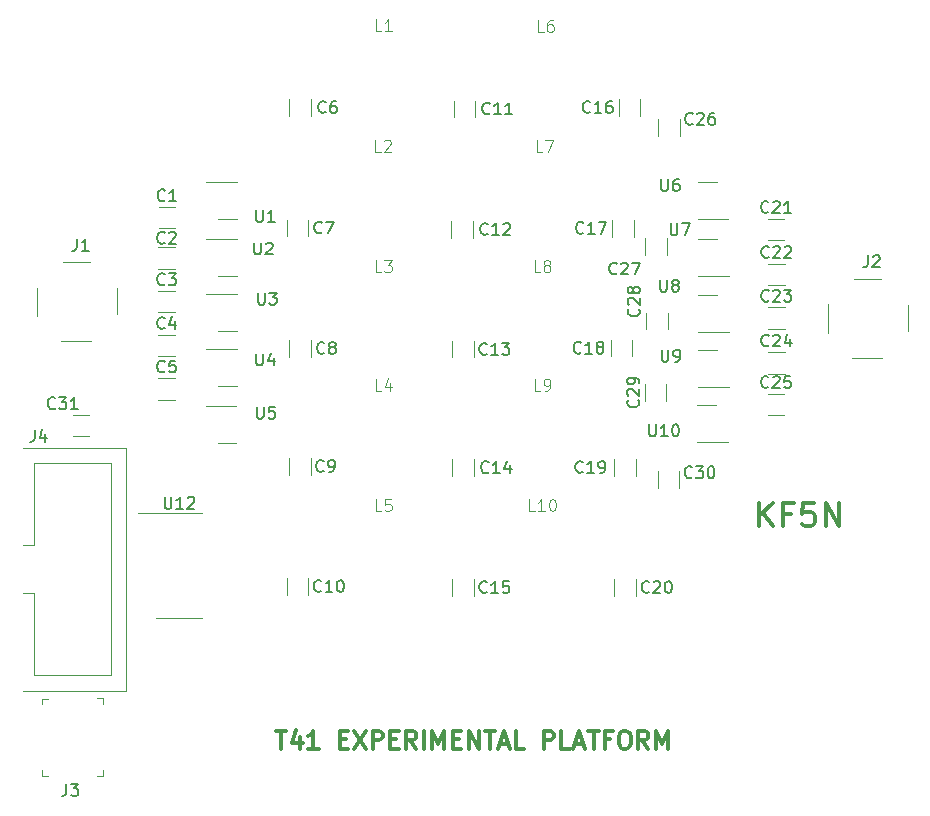
<source format=gto>
G04 #@! TF.GenerationSoftware,KiCad,Pcbnew,7.0.10*
G04 #@! TF.CreationDate,2024-02-19T15:39:12-05:00*
G04 #@! TF.ProjectId,sdt_lpf,7364745f-6c70-4662-9e6b-696361645f70,rev?*
G04 #@! TF.SameCoordinates,PX62de0f0PY8af5bb0*
G04 #@! TF.FileFunction,Legend,Top*
G04 #@! TF.FilePolarity,Positive*
%FSLAX46Y46*%
G04 Gerber Fmt 4.6, Leading zero omitted, Abs format (unit mm)*
G04 Created by KiCad (PCBNEW 7.0.10) date 2024-02-19 15:39:12*
%MOMM*%
%LPD*%
G01*
G04 APERTURE LIST*
%ADD10C,0.300000*%
%ADD11C,0.150000*%
%ADD12C,0.100000*%
%ADD13C,0.120000*%
G04 APERTURE END LIST*
D10*
X18290225Y11349172D02*
X19147368Y11349172D01*
X18718796Y9849172D02*
X18718796Y11349172D01*
X20290225Y10849172D02*
X20290225Y9849172D01*
X19933082Y11420600D02*
X19575939Y10349172D01*
X19575939Y10349172D02*
X20504510Y10349172D01*
X21861653Y9849172D02*
X21004510Y9849172D01*
X21433081Y9849172D02*
X21433081Y11349172D01*
X21433081Y11349172D02*
X21290224Y11134886D01*
X21290224Y11134886D02*
X21147367Y10992029D01*
X21147367Y10992029D02*
X21004510Y10920600D01*
X23647366Y10634886D02*
X24147366Y10634886D01*
X24361652Y9849172D02*
X23647366Y9849172D01*
X23647366Y9849172D02*
X23647366Y11349172D01*
X23647366Y11349172D02*
X24361652Y11349172D01*
X24861652Y11349172D02*
X25861652Y9849172D01*
X25861652Y11349172D02*
X24861652Y9849172D01*
X26433080Y9849172D02*
X26433080Y11349172D01*
X26433080Y11349172D02*
X27004509Y11349172D01*
X27004509Y11349172D02*
X27147366Y11277743D01*
X27147366Y11277743D02*
X27218795Y11206315D01*
X27218795Y11206315D02*
X27290223Y11063458D01*
X27290223Y11063458D02*
X27290223Y10849172D01*
X27290223Y10849172D02*
X27218795Y10706315D01*
X27218795Y10706315D02*
X27147366Y10634886D01*
X27147366Y10634886D02*
X27004509Y10563458D01*
X27004509Y10563458D02*
X26433080Y10563458D01*
X27933080Y10634886D02*
X28433080Y10634886D01*
X28647366Y9849172D02*
X27933080Y9849172D01*
X27933080Y9849172D02*
X27933080Y11349172D01*
X27933080Y11349172D02*
X28647366Y11349172D01*
X30147366Y9849172D02*
X29647366Y10563458D01*
X29290223Y9849172D02*
X29290223Y11349172D01*
X29290223Y11349172D02*
X29861652Y11349172D01*
X29861652Y11349172D02*
X30004509Y11277743D01*
X30004509Y11277743D02*
X30075938Y11206315D01*
X30075938Y11206315D02*
X30147366Y11063458D01*
X30147366Y11063458D02*
X30147366Y10849172D01*
X30147366Y10849172D02*
X30075938Y10706315D01*
X30075938Y10706315D02*
X30004509Y10634886D01*
X30004509Y10634886D02*
X29861652Y10563458D01*
X29861652Y10563458D02*
X29290223Y10563458D01*
X30790223Y9849172D02*
X30790223Y11349172D01*
X31504509Y9849172D02*
X31504509Y11349172D01*
X31504509Y11349172D02*
X32004509Y10277743D01*
X32004509Y10277743D02*
X32504509Y11349172D01*
X32504509Y11349172D02*
X32504509Y9849172D01*
X33218795Y10634886D02*
X33718795Y10634886D01*
X33933081Y9849172D02*
X33218795Y9849172D01*
X33218795Y9849172D02*
X33218795Y11349172D01*
X33218795Y11349172D02*
X33933081Y11349172D01*
X34575938Y9849172D02*
X34575938Y11349172D01*
X34575938Y11349172D02*
X35433081Y9849172D01*
X35433081Y9849172D02*
X35433081Y11349172D01*
X35933082Y11349172D02*
X36790225Y11349172D01*
X36361653Y9849172D02*
X36361653Y11349172D01*
X37218796Y10277743D02*
X37933082Y10277743D01*
X37075939Y9849172D02*
X37575939Y11349172D01*
X37575939Y11349172D02*
X38075939Y9849172D01*
X39290224Y9849172D02*
X38575938Y9849172D01*
X38575938Y9849172D02*
X38575938Y11349172D01*
X40933081Y9849172D02*
X40933081Y11349172D01*
X40933081Y11349172D02*
X41504510Y11349172D01*
X41504510Y11349172D02*
X41647367Y11277743D01*
X41647367Y11277743D02*
X41718796Y11206315D01*
X41718796Y11206315D02*
X41790224Y11063458D01*
X41790224Y11063458D02*
X41790224Y10849172D01*
X41790224Y10849172D02*
X41718796Y10706315D01*
X41718796Y10706315D02*
X41647367Y10634886D01*
X41647367Y10634886D02*
X41504510Y10563458D01*
X41504510Y10563458D02*
X40933081Y10563458D01*
X43147367Y9849172D02*
X42433081Y9849172D01*
X42433081Y9849172D02*
X42433081Y11349172D01*
X43575939Y10277743D02*
X44290225Y10277743D01*
X43433082Y9849172D02*
X43933082Y11349172D01*
X43933082Y11349172D02*
X44433082Y9849172D01*
X44718796Y11349172D02*
X45575939Y11349172D01*
X45147367Y9849172D02*
X45147367Y11349172D01*
X46575938Y10634886D02*
X46075938Y10634886D01*
X46075938Y9849172D02*
X46075938Y11349172D01*
X46075938Y11349172D02*
X46790224Y11349172D01*
X47647367Y11349172D02*
X47933081Y11349172D01*
X47933081Y11349172D02*
X48075938Y11277743D01*
X48075938Y11277743D02*
X48218795Y11134886D01*
X48218795Y11134886D02*
X48290224Y10849172D01*
X48290224Y10849172D02*
X48290224Y10349172D01*
X48290224Y10349172D02*
X48218795Y10063458D01*
X48218795Y10063458D02*
X48075938Y9920600D01*
X48075938Y9920600D02*
X47933081Y9849172D01*
X47933081Y9849172D02*
X47647367Y9849172D01*
X47647367Y9849172D02*
X47504510Y9920600D01*
X47504510Y9920600D02*
X47361652Y10063458D01*
X47361652Y10063458D02*
X47290224Y10349172D01*
X47290224Y10349172D02*
X47290224Y10849172D01*
X47290224Y10849172D02*
X47361652Y11134886D01*
X47361652Y11134886D02*
X47504510Y11277743D01*
X47504510Y11277743D02*
X47647367Y11349172D01*
X49790224Y9849172D02*
X49290224Y10563458D01*
X48933081Y9849172D02*
X48933081Y11349172D01*
X48933081Y11349172D02*
X49504510Y11349172D01*
X49504510Y11349172D02*
X49647367Y11277743D01*
X49647367Y11277743D02*
X49718796Y11206315D01*
X49718796Y11206315D02*
X49790224Y11063458D01*
X49790224Y11063458D02*
X49790224Y10849172D01*
X49790224Y10849172D02*
X49718796Y10706315D01*
X49718796Y10706315D02*
X49647367Y10634886D01*
X49647367Y10634886D02*
X49504510Y10563458D01*
X49504510Y10563458D02*
X48933081Y10563458D01*
X50433081Y9849172D02*
X50433081Y11349172D01*
X50433081Y11349172D02*
X50933081Y10277743D01*
X50933081Y10277743D02*
X51433081Y11349172D01*
X51433081Y11349172D02*
X51433081Y9849172D01*
X59173558Y28660362D02*
X59173558Y30660362D01*
X60316415Y28660362D02*
X59459272Y29803220D01*
X60316415Y30660362D02*
X59173558Y29517505D01*
X61840225Y29707981D02*
X61173558Y29707981D01*
X61173558Y28660362D02*
X61173558Y30660362D01*
X61173558Y30660362D02*
X62125939Y30660362D01*
X63840225Y30660362D02*
X62887844Y30660362D01*
X62887844Y30660362D02*
X62792606Y29707981D01*
X62792606Y29707981D02*
X62887844Y29803220D01*
X62887844Y29803220D02*
X63078320Y29898458D01*
X63078320Y29898458D02*
X63554511Y29898458D01*
X63554511Y29898458D02*
X63744987Y29803220D01*
X63744987Y29803220D02*
X63840225Y29707981D01*
X63840225Y29707981D02*
X63935463Y29517505D01*
X63935463Y29517505D02*
X63935463Y29041315D01*
X63935463Y29041315D02*
X63840225Y28850839D01*
X63840225Y28850839D02*
X63744987Y28755600D01*
X63744987Y28755600D02*
X63554511Y28660362D01*
X63554511Y28660362D02*
X63078320Y28660362D01*
X63078320Y28660362D02*
X62887844Y28755600D01*
X62887844Y28755600D02*
X62792606Y28850839D01*
X64792606Y28660362D02*
X64792606Y30660362D01*
X64792606Y30660362D02*
X65935463Y28660362D01*
X65935463Y28660362D02*
X65935463Y30660362D01*
D11*
X50863095Y58070181D02*
X50863095Y57260658D01*
X50863095Y57260658D02*
X50910714Y57165420D01*
X50910714Y57165420D02*
X50958333Y57117800D01*
X50958333Y57117800D02*
X51053571Y57070181D01*
X51053571Y57070181D02*
X51244047Y57070181D01*
X51244047Y57070181D02*
X51339285Y57117800D01*
X51339285Y57117800D02*
X51386904Y57165420D01*
X51386904Y57165420D02*
X51434523Y57260658D01*
X51434523Y57260658D02*
X51434523Y58070181D01*
X52339285Y58070181D02*
X52148809Y58070181D01*
X52148809Y58070181D02*
X52053571Y58022562D01*
X52053571Y58022562D02*
X52005952Y57974943D01*
X52005952Y57974943D02*
X51910714Y57832086D01*
X51910714Y57832086D02*
X51863095Y57641610D01*
X51863095Y57641610D02*
X51863095Y57260658D01*
X51863095Y57260658D02*
X51910714Y57165420D01*
X51910714Y57165420D02*
X51958333Y57117800D01*
X51958333Y57117800D02*
X52053571Y57070181D01*
X52053571Y57070181D02*
X52244047Y57070181D01*
X52244047Y57070181D02*
X52339285Y57117800D01*
X52339285Y57117800D02*
X52386904Y57165420D01*
X52386904Y57165420D02*
X52434523Y57260658D01*
X52434523Y57260658D02*
X52434523Y57498753D01*
X52434523Y57498753D02*
X52386904Y57593991D01*
X52386904Y57593991D02*
X52339285Y57641610D01*
X52339285Y57641610D02*
X52244047Y57689229D01*
X52244047Y57689229D02*
X52053571Y57689229D01*
X52053571Y57689229D02*
X51958333Y57641610D01*
X51958333Y57641610D02*
X51910714Y57593991D01*
X51910714Y57593991D02*
X51863095Y57498753D01*
X36182142Y53440420D02*
X36134523Y53392800D01*
X36134523Y53392800D02*
X35991666Y53345181D01*
X35991666Y53345181D02*
X35896428Y53345181D01*
X35896428Y53345181D02*
X35753571Y53392800D01*
X35753571Y53392800D02*
X35658333Y53488039D01*
X35658333Y53488039D02*
X35610714Y53583277D01*
X35610714Y53583277D02*
X35563095Y53773753D01*
X35563095Y53773753D02*
X35563095Y53916610D01*
X35563095Y53916610D02*
X35610714Y54107086D01*
X35610714Y54107086D02*
X35658333Y54202324D01*
X35658333Y54202324D02*
X35753571Y54297562D01*
X35753571Y54297562D02*
X35896428Y54345181D01*
X35896428Y54345181D02*
X35991666Y54345181D01*
X35991666Y54345181D02*
X36134523Y54297562D01*
X36134523Y54297562D02*
X36182142Y54249943D01*
X37134523Y53345181D02*
X36563095Y53345181D01*
X36848809Y53345181D02*
X36848809Y54345181D01*
X36848809Y54345181D02*
X36753571Y54202324D01*
X36753571Y54202324D02*
X36658333Y54107086D01*
X36658333Y54107086D02*
X36563095Y54059467D01*
X37515476Y54249943D02*
X37563095Y54297562D01*
X37563095Y54297562D02*
X37658333Y54345181D01*
X37658333Y54345181D02*
X37896428Y54345181D01*
X37896428Y54345181D02*
X37991666Y54297562D01*
X37991666Y54297562D02*
X38039285Y54249943D01*
X38039285Y54249943D02*
X38086904Y54154705D01*
X38086904Y54154705D02*
X38086904Y54059467D01*
X38086904Y54059467D02*
X38039285Y53916610D01*
X38039285Y53916610D02*
X37467857Y53345181D01*
X37467857Y53345181D02*
X38086904Y53345181D01*
X51663095Y54320181D02*
X51663095Y53510658D01*
X51663095Y53510658D02*
X51710714Y53415420D01*
X51710714Y53415420D02*
X51758333Y53367800D01*
X51758333Y53367800D02*
X51853571Y53320181D01*
X51853571Y53320181D02*
X52044047Y53320181D01*
X52044047Y53320181D02*
X52139285Y53367800D01*
X52139285Y53367800D02*
X52186904Y53415420D01*
X52186904Y53415420D02*
X52234523Y53510658D01*
X52234523Y53510658D02*
X52234523Y54320181D01*
X52615476Y54320181D02*
X53282142Y54320181D01*
X53282142Y54320181D02*
X52853571Y53320181D01*
X16588095Y43295181D02*
X16588095Y42485658D01*
X16588095Y42485658D02*
X16635714Y42390420D01*
X16635714Y42390420D02*
X16683333Y42342800D01*
X16683333Y42342800D02*
X16778571Y42295181D01*
X16778571Y42295181D02*
X16969047Y42295181D01*
X16969047Y42295181D02*
X17064285Y42342800D01*
X17064285Y42342800D02*
X17111904Y42390420D01*
X17111904Y42390420D02*
X17159523Y42485658D01*
X17159523Y42485658D02*
X17159523Y43295181D01*
X18064285Y42961848D02*
X18064285Y42295181D01*
X17826190Y43342800D02*
X17588095Y42628515D01*
X17588095Y42628515D02*
X18207142Y42628515D01*
X36357142Y63640420D02*
X36309523Y63592800D01*
X36309523Y63592800D02*
X36166666Y63545181D01*
X36166666Y63545181D02*
X36071428Y63545181D01*
X36071428Y63545181D02*
X35928571Y63592800D01*
X35928571Y63592800D02*
X35833333Y63688039D01*
X35833333Y63688039D02*
X35785714Y63783277D01*
X35785714Y63783277D02*
X35738095Y63973753D01*
X35738095Y63973753D02*
X35738095Y64116610D01*
X35738095Y64116610D02*
X35785714Y64307086D01*
X35785714Y64307086D02*
X35833333Y64402324D01*
X35833333Y64402324D02*
X35928571Y64497562D01*
X35928571Y64497562D02*
X36071428Y64545181D01*
X36071428Y64545181D02*
X36166666Y64545181D01*
X36166666Y64545181D02*
X36309523Y64497562D01*
X36309523Y64497562D02*
X36357142Y64449943D01*
X37309523Y63545181D02*
X36738095Y63545181D01*
X37023809Y63545181D02*
X37023809Y64545181D01*
X37023809Y64545181D02*
X36928571Y64402324D01*
X36928571Y64402324D02*
X36833333Y64307086D01*
X36833333Y64307086D02*
X36738095Y64259467D01*
X38261904Y63545181D02*
X37690476Y63545181D01*
X37976190Y63545181D02*
X37976190Y64545181D01*
X37976190Y64545181D02*
X37880952Y64402324D01*
X37880952Y64402324D02*
X37785714Y64307086D01*
X37785714Y64307086D02*
X37690476Y64259467D01*
D12*
X27183333Y29967581D02*
X26707143Y29967581D01*
X26707143Y29967581D02*
X26707143Y30967581D01*
X27992857Y30967581D02*
X27516667Y30967581D01*
X27516667Y30967581D02*
X27469048Y30491391D01*
X27469048Y30491391D02*
X27516667Y30539010D01*
X27516667Y30539010D02*
X27611905Y30586629D01*
X27611905Y30586629D02*
X27850000Y30586629D01*
X27850000Y30586629D02*
X27945238Y30539010D01*
X27945238Y30539010D02*
X27992857Y30491391D01*
X27992857Y30491391D02*
X28040476Y30396153D01*
X28040476Y30396153D02*
X28040476Y30158058D01*
X28040476Y30158058D02*
X27992857Y30062820D01*
X27992857Y30062820D02*
X27945238Y30015200D01*
X27945238Y30015200D02*
X27850000Y29967581D01*
X27850000Y29967581D02*
X27611905Y29967581D01*
X27611905Y29967581D02*
X27516667Y30015200D01*
X27516667Y30015200D02*
X27469048Y30062820D01*
X40813333Y60392581D02*
X40337143Y60392581D01*
X40337143Y60392581D02*
X40337143Y61392581D01*
X41051429Y61392581D02*
X41718095Y61392581D01*
X41718095Y61392581D02*
X41289524Y60392581D01*
D11*
X36257142Y33265420D02*
X36209523Y33217800D01*
X36209523Y33217800D02*
X36066666Y33170181D01*
X36066666Y33170181D02*
X35971428Y33170181D01*
X35971428Y33170181D02*
X35828571Y33217800D01*
X35828571Y33217800D02*
X35733333Y33313039D01*
X35733333Y33313039D02*
X35685714Y33408277D01*
X35685714Y33408277D02*
X35638095Y33598753D01*
X35638095Y33598753D02*
X35638095Y33741610D01*
X35638095Y33741610D02*
X35685714Y33932086D01*
X35685714Y33932086D02*
X35733333Y34027324D01*
X35733333Y34027324D02*
X35828571Y34122562D01*
X35828571Y34122562D02*
X35971428Y34170181D01*
X35971428Y34170181D02*
X36066666Y34170181D01*
X36066666Y34170181D02*
X36209523Y34122562D01*
X36209523Y34122562D02*
X36257142Y34074943D01*
X37209523Y33170181D02*
X36638095Y33170181D01*
X36923809Y33170181D02*
X36923809Y34170181D01*
X36923809Y34170181D02*
X36828571Y34027324D01*
X36828571Y34027324D02*
X36733333Y33932086D01*
X36733333Y33932086D02*
X36638095Y33884467D01*
X38066666Y33836848D02*
X38066666Y33170181D01*
X37828571Y34217800D02*
X37590476Y33503515D01*
X37590476Y33503515D02*
X38209523Y33503515D01*
X516666Y6865181D02*
X516666Y6150896D01*
X516666Y6150896D02*
X469047Y6008039D01*
X469047Y6008039D02*
X373809Y5912800D01*
X373809Y5912800D02*
X230952Y5865181D01*
X230952Y5865181D02*
X135714Y5865181D01*
X897619Y6865181D02*
X1516666Y6865181D01*
X1516666Y6865181D02*
X1183333Y6484229D01*
X1183333Y6484229D02*
X1326190Y6484229D01*
X1326190Y6484229D02*
X1421428Y6436610D01*
X1421428Y6436610D02*
X1469047Y6388991D01*
X1469047Y6388991D02*
X1516666Y6293753D01*
X1516666Y6293753D02*
X1516666Y6055658D01*
X1516666Y6055658D02*
X1469047Y5960420D01*
X1469047Y5960420D02*
X1421428Y5912800D01*
X1421428Y5912800D02*
X1326190Y5865181D01*
X1326190Y5865181D02*
X1040476Y5865181D01*
X1040476Y5865181D02*
X945238Y5912800D01*
X945238Y5912800D02*
X897619Y5960420D01*
X49857142Y23135420D02*
X49809523Y23087800D01*
X49809523Y23087800D02*
X49666666Y23040181D01*
X49666666Y23040181D02*
X49571428Y23040181D01*
X49571428Y23040181D02*
X49428571Y23087800D01*
X49428571Y23087800D02*
X49333333Y23183039D01*
X49333333Y23183039D02*
X49285714Y23278277D01*
X49285714Y23278277D02*
X49238095Y23468753D01*
X49238095Y23468753D02*
X49238095Y23611610D01*
X49238095Y23611610D02*
X49285714Y23802086D01*
X49285714Y23802086D02*
X49333333Y23897324D01*
X49333333Y23897324D02*
X49428571Y23992562D01*
X49428571Y23992562D02*
X49571428Y24040181D01*
X49571428Y24040181D02*
X49666666Y24040181D01*
X49666666Y24040181D02*
X49809523Y23992562D01*
X49809523Y23992562D02*
X49857142Y23944943D01*
X50238095Y23944943D02*
X50285714Y23992562D01*
X50285714Y23992562D02*
X50380952Y24040181D01*
X50380952Y24040181D02*
X50619047Y24040181D01*
X50619047Y24040181D02*
X50714285Y23992562D01*
X50714285Y23992562D02*
X50761904Y23944943D01*
X50761904Y23944943D02*
X50809523Y23849705D01*
X50809523Y23849705D02*
X50809523Y23754467D01*
X50809523Y23754467D02*
X50761904Y23611610D01*
X50761904Y23611610D02*
X50190476Y23040181D01*
X50190476Y23040181D02*
X50809523Y23040181D01*
X51428571Y24040181D02*
X51523809Y24040181D01*
X51523809Y24040181D02*
X51619047Y23992562D01*
X51619047Y23992562D02*
X51666666Y23944943D01*
X51666666Y23944943D02*
X51714285Y23849705D01*
X51714285Y23849705D02*
X51761904Y23659229D01*
X51761904Y23659229D02*
X51761904Y23421134D01*
X51761904Y23421134D02*
X51714285Y23230658D01*
X51714285Y23230658D02*
X51666666Y23135420D01*
X51666666Y23135420D02*
X51619047Y23087800D01*
X51619047Y23087800D02*
X51523809Y23040181D01*
X51523809Y23040181D02*
X51428571Y23040181D01*
X51428571Y23040181D02*
X51333333Y23087800D01*
X51333333Y23087800D02*
X51285714Y23135420D01*
X51285714Y23135420D02*
X51238095Y23230658D01*
X51238095Y23230658D02*
X51190476Y23421134D01*
X51190476Y23421134D02*
X51190476Y23659229D01*
X51190476Y23659229D02*
X51238095Y23849705D01*
X51238095Y23849705D02*
X51285714Y23944943D01*
X51285714Y23944943D02*
X51333333Y23992562D01*
X51333333Y23992562D02*
X51428571Y24040181D01*
X-442858Y38690420D02*
X-490477Y38642800D01*
X-490477Y38642800D02*
X-633334Y38595181D01*
X-633334Y38595181D02*
X-728572Y38595181D01*
X-728572Y38595181D02*
X-871429Y38642800D01*
X-871429Y38642800D02*
X-966667Y38738039D01*
X-966667Y38738039D02*
X-1014286Y38833277D01*
X-1014286Y38833277D02*
X-1061905Y39023753D01*
X-1061905Y39023753D02*
X-1061905Y39166610D01*
X-1061905Y39166610D02*
X-1014286Y39357086D01*
X-1014286Y39357086D02*
X-966667Y39452324D01*
X-966667Y39452324D02*
X-871429Y39547562D01*
X-871429Y39547562D02*
X-728572Y39595181D01*
X-728572Y39595181D02*
X-633334Y39595181D01*
X-633334Y39595181D02*
X-490477Y39547562D01*
X-490477Y39547562D02*
X-442858Y39499943D01*
X-109524Y39595181D02*
X509523Y39595181D01*
X509523Y39595181D02*
X176190Y39214229D01*
X176190Y39214229D02*
X319047Y39214229D01*
X319047Y39214229D02*
X414285Y39166610D01*
X414285Y39166610D02*
X461904Y39118991D01*
X461904Y39118991D02*
X509523Y39023753D01*
X509523Y39023753D02*
X509523Y38785658D01*
X509523Y38785658D02*
X461904Y38690420D01*
X461904Y38690420D02*
X414285Y38642800D01*
X414285Y38642800D02*
X319047Y38595181D01*
X319047Y38595181D02*
X33333Y38595181D01*
X33333Y38595181D02*
X-61905Y38642800D01*
X-61905Y38642800D02*
X-109524Y38690420D01*
X1461904Y38595181D02*
X890476Y38595181D01*
X1176190Y38595181D02*
X1176190Y39595181D01*
X1176190Y39595181D02*
X1080952Y39452324D01*
X1080952Y39452324D02*
X985714Y39357086D01*
X985714Y39357086D02*
X890476Y39309467D01*
X59982142Y43990420D02*
X59934523Y43942800D01*
X59934523Y43942800D02*
X59791666Y43895181D01*
X59791666Y43895181D02*
X59696428Y43895181D01*
X59696428Y43895181D02*
X59553571Y43942800D01*
X59553571Y43942800D02*
X59458333Y44038039D01*
X59458333Y44038039D02*
X59410714Y44133277D01*
X59410714Y44133277D02*
X59363095Y44323753D01*
X59363095Y44323753D02*
X59363095Y44466610D01*
X59363095Y44466610D02*
X59410714Y44657086D01*
X59410714Y44657086D02*
X59458333Y44752324D01*
X59458333Y44752324D02*
X59553571Y44847562D01*
X59553571Y44847562D02*
X59696428Y44895181D01*
X59696428Y44895181D02*
X59791666Y44895181D01*
X59791666Y44895181D02*
X59934523Y44847562D01*
X59934523Y44847562D02*
X59982142Y44799943D01*
X60363095Y44799943D02*
X60410714Y44847562D01*
X60410714Y44847562D02*
X60505952Y44895181D01*
X60505952Y44895181D02*
X60744047Y44895181D01*
X60744047Y44895181D02*
X60839285Y44847562D01*
X60839285Y44847562D02*
X60886904Y44799943D01*
X60886904Y44799943D02*
X60934523Y44704705D01*
X60934523Y44704705D02*
X60934523Y44609467D01*
X60934523Y44609467D02*
X60886904Y44466610D01*
X60886904Y44466610D02*
X60315476Y43895181D01*
X60315476Y43895181D02*
X60934523Y43895181D01*
X61791666Y44561848D02*
X61791666Y43895181D01*
X61553571Y44942800D02*
X61315476Y44228515D01*
X61315476Y44228515D02*
X61934523Y44228515D01*
X50788095Y49545181D02*
X50788095Y48735658D01*
X50788095Y48735658D02*
X50835714Y48640420D01*
X50835714Y48640420D02*
X50883333Y48592800D01*
X50883333Y48592800D02*
X50978571Y48545181D01*
X50978571Y48545181D02*
X51169047Y48545181D01*
X51169047Y48545181D02*
X51264285Y48592800D01*
X51264285Y48592800D02*
X51311904Y48640420D01*
X51311904Y48640420D02*
X51359523Y48735658D01*
X51359523Y48735658D02*
X51359523Y49545181D01*
X51978571Y49116610D02*
X51883333Y49164229D01*
X51883333Y49164229D02*
X51835714Y49211848D01*
X51835714Y49211848D02*
X51788095Y49307086D01*
X51788095Y49307086D02*
X51788095Y49354705D01*
X51788095Y49354705D02*
X51835714Y49449943D01*
X51835714Y49449943D02*
X51883333Y49497562D01*
X51883333Y49497562D02*
X51978571Y49545181D01*
X51978571Y49545181D02*
X52169047Y49545181D01*
X52169047Y49545181D02*
X52264285Y49497562D01*
X52264285Y49497562D02*
X52311904Y49449943D01*
X52311904Y49449943D02*
X52359523Y49354705D01*
X52359523Y49354705D02*
X52359523Y49307086D01*
X52359523Y49307086D02*
X52311904Y49211848D01*
X52311904Y49211848D02*
X52264285Y49164229D01*
X52264285Y49164229D02*
X52169047Y49116610D01*
X52169047Y49116610D02*
X51978571Y49116610D01*
X51978571Y49116610D02*
X51883333Y49068991D01*
X51883333Y49068991D02*
X51835714Y49021372D01*
X51835714Y49021372D02*
X51788095Y48926134D01*
X51788095Y48926134D02*
X51788095Y48735658D01*
X51788095Y48735658D02*
X51835714Y48640420D01*
X51835714Y48640420D02*
X51883333Y48592800D01*
X51883333Y48592800D02*
X51978571Y48545181D01*
X51978571Y48545181D02*
X52169047Y48545181D01*
X52169047Y48545181D02*
X52264285Y48592800D01*
X52264285Y48592800D02*
X52311904Y48640420D01*
X52311904Y48640420D02*
X52359523Y48735658D01*
X52359523Y48735658D02*
X52359523Y48926134D01*
X52359523Y48926134D02*
X52311904Y49021372D01*
X52311904Y49021372D02*
X52264285Y49068991D01*
X52264285Y49068991D02*
X52169047Y49116610D01*
X16738095Y48445181D02*
X16738095Y47635658D01*
X16738095Y47635658D02*
X16785714Y47540420D01*
X16785714Y47540420D02*
X16833333Y47492800D01*
X16833333Y47492800D02*
X16928571Y47445181D01*
X16928571Y47445181D02*
X17119047Y47445181D01*
X17119047Y47445181D02*
X17214285Y47492800D01*
X17214285Y47492800D02*
X17261904Y47540420D01*
X17261904Y47540420D02*
X17309523Y47635658D01*
X17309523Y47635658D02*
X17309523Y48445181D01*
X17690476Y48445181D02*
X18309523Y48445181D01*
X18309523Y48445181D02*
X17976190Y48064229D01*
X17976190Y48064229D02*
X18119047Y48064229D01*
X18119047Y48064229D02*
X18214285Y48016610D01*
X18214285Y48016610D02*
X18261904Y47968991D01*
X18261904Y47968991D02*
X18309523Y47873753D01*
X18309523Y47873753D02*
X18309523Y47635658D01*
X18309523Y47635658D02*
X18261904Y47540420D01*
X18261904Y47540420D02*
X18214285Y47492800D01*
X18214285Y47492800D02*
X18119047Y47445181D01*
X18119047Y47445181D02*
X17833333Y47445181D01*
X17833333Y47445181D02*
X17738095Y47492800D01*
X17738095Y47492800D02*
X17690476Y47540420D01*
D12*
X40161142Y29967581D02*
X39684952Y29967581D01*
X39684952Y29967581D02*
X39684952Y30967581D01*
X41018285Y29967581D02*
X40446857Y29967581D01*
X40732571Y29967581D02*
X40732571Y30967581D01*
X40732571Y30967581D02*
X40637333Y30824724D01*
X40637333Y30824724D02*
X40542095Y30729486D01*
X40542095Y30729486D02*
X40446857Y30681867D01*
X41637333Y30967581D02*
X41732571Y30967581D01*
X41732571Y30967581D02*
X41827809Y30919962D01*
X41827809Y30919962D02*
X41875428Y30872343D01*
X41875428Y30872343D02*
X41923047Y30777105D01*
X41923047Y30777105D02*
X41970666Y30586629D01*
X41970666Y30586629D02*
X41970666Y30348534D01*
X41970666Y30348534D02*
X41923047Y30158058D01*
X41923047Y30158058D02*
X41875428Y30062820D01*
X41875428Y30062820D02*
X41827809Y30015200D01*
X41827809Y30015200D02*
X41732571Y29967581D01*
X41732571Y29967581D02*
X41637333Y29967581D01*
X41637333Y29967581D02*
X41542095Y30015200D01*
X41542095Y30015200D02*
X41494476Y30062820D01*
X41494476Y30062820D02*
X41446857Y30158058D01*
X41446857Y30158058D02*
X41399238Y30348534D01*
X41399238Y30348534D02*
X41399238Y30586629D01*
X41399238Y30586629D02*
X41446857Y30777105D01*
X41446857Y30777105D02*
X41494476Y30872343D01*
X41494476Y30872343D02*
X41542095Y30919962D01*
X41542095Y30919962D02*
X41637333Y30967581D01*
D11*
X59982142Y51490420D02*
X59934523Y51442800D01*
X59934523Y51442800D02*
X59791666Y51395181D01*
X59791666Y51395181D02*
X59696428Y51395181D01*
X59696428Y51395181D02*
X59553571Y51442800D01*
X59553571Y51442800D02*
X59458333Y51538039D01*
X59458333Y51538039D02*
X59410714Y51633277D01*
X59410714Y51633277D02*
X59363095Y51823753D01*
X59363095Y51823753D02*
X59363095Y51966610D01*
X59363095Y51966610D02*
X59410714Y52157086D01*
X59410714Y52157086D02*
X59458333Y52252324D01*
X59458333Y52252324D02*
X59553571Y52347562D01*
X59553571Y52347562D02*
X59696428Y52395181D01*
X59696428Y52395181D02*
X59791666Y52395181D01*
X59791666Y52395181D02*
X59934523Y52347562D01*
X59934523Y52347562D02*
X59982142Y52299943D01*
X60363095Y52299943D02*
X60410714Y52347562D01*
X60410714Y52347562D02*
X60505952Y52395181D01*
X60505952Y52395181D02*
X60744047Y52395181D01*
X60744047Y52395181D02*
X60839285Y52347562D01*
X60839285Y52347562D02*
X60886904Y52299943D01*
X60886904Y52299943D02*
X60934523Y52204705D01*
X60934523Y52204705D02*
X60934523Y52109467D01*
X60934523Y52109467D02*
X60886904Y51966610D01*
X60886904Y51966610D02*
X60315476Y51395181D01*
X60315476Y51395181D02*
X60934523Y51395181D01*
X61315476Y52299943D02*
X61363095Y52347562D01*
X61363095Y52347562D02*
X61458333Y52395181D01*
X61458333Y52395181D02*
X61696428Y52395181D01*
X61696428Y52395181D02*
X61791666Y52347562D01*
X61791666Y52347562D02*
X61839285Y52299943D01*
X61839285Y52299943D02*
X61886904Y52204705D01*
X61886904Y52204705D02*
X61886904Y52109467D01*
X61886904Y52109467D02*
X61839285Y51966610D01*
X61839285Y51966610D02*
X61267857Y51395181D01*
X61267857Y51395181D02*
X61886904Y51395181D01*
D12*
X27133333Y60392581D02*
X26657143Y60392581D01*
X26657143Y60392581D02*
X26657143Y61392581D01*
X27419048Y61297343D02*
X27466667Y61344962D01*
X27466667Y61344962D02*
X27561905Y61392581D01*
X27561905Y61392581D02*
X27800000Y61392581D01*
X27800000Y61392581D02*
X27895238Y61344962D01*
X27895238Y61344962D02*
X27942857Y61297343D01*
X27942857Y61297343D02*
X27990476Y61202105D01*
X27990476Y61202105D02*
X27990476Y61106867D01*
X27990476Y61106867D02*
X27942857Y60964010D01*
X27942857Y60964010D02*
X27371429Y60392581D01*
X27371429Y60392581D02*
X27990476Y60392581D01*
D11*
X47107142Y50090420D02*
X47059523Y50042800D01*
X47059523Y50042800D02*
X46916666Y49995181D01*
X46916666Y49995181D02*
X46821428Y49995181D01*
X46821428Y49995181D02*
X46678571Y50042800D01*
X46678571Y50042800D02*
X46583333Y50138039D01*
X46583333Y50138039D02*
X46535714Y50233277D01*
X46535714Y50233277D02*
X46488095Y50423753D01*
X46488095Y50423753D02*
X46488095Y50566610D01*
X46488095Y50566610D02*
X46535714Y50757086D01*
X46535714Y50757086D02*
X46583333Y50852324D01*
X46583333Y50852324D02*
X46678571Y50947562D01*
X46678571Y50947562D02*
X46821428Y50995181D01*
X46821428Y50995181D02*
X46916666Y50995181D01*
X46916666Y50995181D02*
X47059523Y50947562D01*
X47059523Y50947562D02*
X47107142Y50899943D01*
X47488095Y50899943D02*
X47535714Y50947562D01*
X47535714Y50947562D02*
X47630952Y50995181D01*
X47630952Y50995181D02*
X47869047Y50995181D01*
X47869047Y50995181D02*
X47964285Y50947562D01*
X47964285Y50947562D02*
X48011904Y50899943D01*
X48011904Y50899943D02*
X48059523Y50804705D01*
X48059523Y50804705D02*
X48059523Y50709467D01*
X48059523Y50709467D02*
X48011904Y50566610D01*
X48011904Y50566610D02*
X47440476Y49995181D01*
X47440476Y49995181D02*
X48059523Y49995181D01*
X48392857Y50995181D02*
X49059523Y50995181D01*
X49059523Y50995181D02*
X48630952Y49995181D01*
X44857142Y63765420D02*
X44809523Y63717800D01*
X44809523Y63717800D02*
X44666666Y63670181D01*
X44666666Y63670181D02*
X44571428Y63670181D01*
X44571428Y63670181D02*
X44428571Y63717800D01*
X44428571Y63717800D02*
X44333333Y63813039D01*
X44333333Y63813039D02*
X44285714Y63908277D01*
X44285714Y63908277D02*
X44238095Y64098753D01*
X44238095Y64098753D02*
X44238095Y64241610D01*
X44238095Y64241610D02*
X44285714Y64432086D01*
X44285714Y64432086D02*
X44333333Y64527324D01*
X44333333Y64527324D02*
X44428571Y64622562D01*
X44428571Y64622562D02*
X44571428Y64670181D01*
X44571428Y64670181D02*
X44666666Y64670181D01*
X44666666Y64670181D02*
X44809523Y64622562D01*
X44809523Y64622562D02*
X44857142Y64574943D01*
X45809523Y63670181D02*
X45238095Y63670181D01*
X45523809Y63670181D02*
X45523809Y64670181D01*
X45523809Y64670181D02*
X45428571Y64527324D01*
X45428571Y64527324D02*
X45333333Y64432086D01*
X45333333Y64432086D02*
X45238095Y64384467D01*
X46666666Y64670181D02*
X46476190Y64670181D01*
X46476190Y64670181D02*
X46380952Y64622562D01*
X46380952Y64622562D02*
X46333333Y64574943D01*
X46333333Y64574943D02*
X46238095Y64432086D01*
X46238095Y64432086D02*
X46190476Y64241610D01*
X46190476Y64241610D02*
X46190476Y63860658D01*
X46190476Y63860658D02*
X46238095Y63765420D01*
X46238095Y63765420D02*
X46285714Y63717800D01*
X46285714Y63717800D02*
X46380952Y63670181D01*
X46380952Y63670181D02*
X46571428Y63670181D01*
X46571428Y63670181D02*
X46666666Y63717800D01*
X46666666Y63717800D02*
X46714285Y63765420D01*
X46714285Y63765420D02*
X46761904Y63860658D01*
X46761904Y63860658D02*
X46761904Y64098753D01*
X46761904Y64098753D02*
X46714285Y64193991D01*
X46714285Y64193991D02*
X46666666Y64241610D01*
X46666666Y64241610D02*
X46571428Y64289229D01*
X46571428Y64289229D02*
X46380952Y64289229D01*
X46380952Y64289229D02*
X46285714Y64241610D01*
X46285714Y64241610D02*
X46238095Y64193991D01*
X46238095Y64193991D02*
X46190476Y64098753D01*
D12*
X27183333Y40142581D02*
X26707143Y40142581D01*
X26707143Y40142581D02*
X26707143Y41142581D01*
X27945238Y40809248D02*
X27945238Y40142581D01*
X27707143Y41190200D02*
X27469048Y40475915D01*
X27469048Y40475915D02*
X28088095Y40475915D01*
D11*
X22082142Y23215420D02*
X22034523Y23167800D01*
X22034523Y23167800D02*
X21891666Y23120181D01*
X21891666Y23120181D02*
X21796428Y23120181D01*
X21796428Y23120181D02*
X21653571Y23167800D01*
X21653571Y23167800D02*
X21558333Y23263039D01*
X21558333Y23263039D02*
X21510714Y23358277D01*
X21510714Y23358277D02*
X21463095Y23548753D01*
X21463095Y23548753D02*
X21463095Y23691610D01*
X21463095Y23691610D02*
X21510714Y23882086D01*
X21510714Y23882086D02*
X21558333Y23977324D01*
X21558333Y23977324D02*
X21653571Y24072562D01*
X21653571Y24072562D02*
X21796428Y24120181D01*
X21796428Y24120181D02*
X21891666Y24120181D01*
X21891666Y24120181D02*
X22034523Y24072562D01*
X22034523Y24072562D02*
X22082142Y24024943D01*
X23034523Y23120181D02*
X22463095Y23120181D01*
X22748809Y23120181D02*
X22748809Y24120181D01*
X22748809Y24120181D02*
X22653571Y23977324D01*
X22653571Y23977324D02*
X22558333Y23882086D01*
X22558333Y23882086D02*
X22463095Y23834467D01*
X23653571Y24120181D02*
X23748809Y24120181D01*
X23748809Y24120181D02*
X23844047Y24072562D01*
X23844047Y24072562D02*
X23891666Y24024943D01*
X23891666Y24024943D02*
X23939285Y23929705D01*
X23939285Y23929705D02*
X23986904Y23739229D01*
X23986904Y23739229D02*
X23986904Y23501134D01*
X23986904Y23501134D02*
X23939285Y23310658D01*
X23939285Y23310658D02*
X23891666Y23215420D01*
X23891666Y23215420D02*
X23844047Y23167800D01*
X23844047Y23167800D02*
X23748809Y23120181D01*
X23748809Y23120181D02*
X23653571Y23120181D01*
X23653571Y23120181D02*
X23558333Y23167800D01*
X23558333Y23167800D02*
X23510714Y23215420D01*
X23510714Y23215420D02*
X23463095Y23310658D01*
X23463095Y23310658D02*
X23415476Y23501134D01*
X23415476Y23501134D02*
X23415476Y23739229D01*
X23415476Y23739229D02*
X23463095Y23929705D01*
X23463095Y23929705D02*
X23510714Y24024943D01*
X23510714Y24024943D02*
X23558333Y24072562D01*
X23558333Y24072562D02*
X23653571Y24120181D01*
X36107142Y23115420D02*
X36059523Y23067800D01*
X36059523Y23067800D02*
X35916666Y23020181D01*
X35916666Y23020181D02*
X35821428Y23020181D01*
X35821428Y23020181D02*
X35678571Y23067800D01*
X35678571Y23067800D02*
X35583333Y23163039D01*
X35583333Y23163039D02*
X35535714Y23258277D01*
X35535714Y23258277D02*
X35488095Y23448753D01*
X35488095Y23448753D02*
X35488095Y23591610D01*
X35488095Y23591610D02*
X35535714Y23782086D01*
X35535714Y23782086D02*
X35583333Y23877324D01*
X35583333Y23877324D02*
X35678571Y23972562D01*
X35678571Y23972562D02*
X35821428Y24020181D01*
X35821428Y24020181D02*
X35916666Y24020181D01*
X35916666Y24020181D02*
X36059523Y23972562D01*
X36059523Y23972562D02*
X36107142Y23924943D01*
X37059523Y23020181D02*
X36488095Y23020181D01*
X36773809Y23020181D02*
X36773809Y24020181D01*
X36773809Y24020181D02*
X36678571Y23877324D01*
X36678571Y23877324D02*
X36583333Y23782086D01*
X36583333Y23782086D02*
X36488095Y23734467D01*
X37964285Y24020181D02*
X37488095Y24020181D01*
X37488095Y24020181D02*
X37440476Y23543991D01*
X37440476Y23543991D02*
X37488095Y23591610D01*
X37488095Y23591610D02*
X37583333Y23639229D01*
X37583333Y23639229D02*
X37821428Y23639229D01*
X37821428Y23639229D02*
X37916666Y23591610D01*
X37916666Y23591610D02*
X37964285Y23543991D01*
X37964285Y23543991D02*
X38011904Y23448753D01*
X38011904Y23448753D02*
X38011904Y23210658D01*
X38011904Y23210658D02*
X37964285Y23115420D01*
X37964285Y23115420D02*
X37916666Y23067800D01*
X37916666Y23067800D02*
X37821428Y23020181D01*
X37821428Y23020181D02*
X37583333Y23020181D01*
X37583333Y23020181D02*
X37488095Y23067800D01*
X37488095Y23067800D02*
X37440476Y23115420D01*
X8858333Y56290420D02*
X8810714Y56242800D01*
X8810714Y56242800D02*
X8667857Y56195181D01*
X8667857Y56195181D02*
X8572619Y56195181D01*
X8572619Y56195181D02*
X8429762Y56242800D01*
X8429762Y56242800D02*
X8334524Y56338039D01*
X8334524Y56338039D02*
X8286905Y56433277D01*
X8286905Y56433277D02*
X8239286Y56623753D01*
X8239286Y56623753D02*
X8239286Y56766610D01*
X8239286Y56766610D02*
X8286905Y56957086D01*
X8286905Y56957086D02*
X8334524Y57052324D01*
X8334524Y57052324D02*
X8429762Y57147562D01*
X8429762Y57147562D02*
X8572619Y57195181D01*
X8572619Y57195181D02*
X8667857Y57195181D01*
X8667857Y57195181D02*
X8810714Y57147562D01*
X8810714Y57147562D02*
X8858333Y57099943D01*
X9810714Y56195181D02*
X9239286Y56195181D01*
X9525000Y56195181D02*
X9525000Y57195181D01*
X9525000Y57195181D02*
X9429762Y57052324D01*
X9429762Y57052324D02*
X9334524Y56957086D01*
X9334524Y56957086D02*
X9239286Y56909467D01*
X8833333Y41790420D02*
X8785714Y41742800D01*
X8785714Y41742800D02*
X8642857Y41695181D01*
X8642857Y41695181D02*
X8547619Y41695181D01*
X8547619Y41695181D02*
X8404762Y41742800D01*
X8404762Y41742800D02*
X8309524Y41838039D01*
X8309524Y41838039D02*
X8261905Y41933277D01*
X8261905Y41933277D02*
X8214286Y42123753D01*
X8214286Y42123753D02*
X8214286Y42266610D01*
X8214286Y42266610D02*
X8261905Y42457086D01*
X8261905Y42457086D02*
X8309524Y42552324D01*
X8309524Y42552324D02*
X8404762Y42647562D01*
X8404762Y42647562D02*
X8547619Y42695181D01*
X8547619Y42695181D02*
X8642857Y42695181D01*
X8642857Y42695181D02*
X8785714Y42647562D01*
X8785714Y42647562D02*
X8833333Y42599943D01*
X9738095Y42695181D02*
X9261905Y42695181D01*
X9261905Y42695181D02*
X9214286Y42218991D01*
X9214286Y42218991D02*
X9261905Y42266610D01*
X9261905Y42266610D02*
X9357143Y42314229D01*
X9357143Y42314229D02*
X9595238Y42314229D01*
X9595238Y42314229D02*
X9690476Y42266610D01*
X9690476Y42266610D02*
X9738095Y42218991D01*
X9738095Y42218991D02*
X9785714Y42123753D01*
X9785714Y42123753D02*
X9785714Y41885658D01*
X9785714Y41885658D02*
X9738095Y41790420D01*
X9738095Y41790420D02*
X9690476Y41742800D01*
X9690476Y41742800D02*
X9595238Y41695181D01*
X9595238Y41695181D02*
X9357143Y41695181D01*
X9357143Y41695181D02*
X9261905Y41742800D01*
X9261905Y41742800D02*
X9214286Y41790420D01*
X1401666Y53005181D02*
X1401666Y52290896D01*
X1401666Y52290896D02*
X1354047Y52148039D01*
X1354047Y52148039D02*
X1258809Y52052800D01*
X1258809Y52052800D02*
X1115952Y52005181D01*
X1115952Y52005181D02*
X1020714Y52005181D01*
X2401666Y52005181D02*
X1830238Y52005181D01*
X2115952Y52005181D02*
X2115952Y53005181D01*
X2115952Y53005181D02*
X2020714Y52862324D01*
X2020714Y52862324D02*
X1925476Y52767086D01*
X1925476Y52767086D02*
X1830238Y52719467D01*
X22283333Y33365420D02*
X22235714Y33317800D01*
X22235714Y33317800D02*
X22092857Y33270181D01*
X22092857Y33270181D02*
X21997619Y33270181D01*
X21997619Y33270181D02*
X21854762Y33317800D01*
X21854762Y33317800D02*
X21759524Y33413039D01*
X21759524Y33413039D02*
X21711905Y33508277D01*
X21711905Y33508277D02*
X21664286Y33698753D01*
X21664286Y33698753D02*
X21664286Y33841610D01*
X21664286Y33841610D02*
X21711905Y34032086D01*
X21711905Y34032086D02*
X21759524Y34127324D01*
X21759524Y34127324D02*
X21854762Y34222562D01*
X21854762Y34222562D02*
X21997619Y34270181D01*
X21997619Y34270181D02*
X22092857Y34270181D01*
X22092857Y34270181D02*
X22235714Y34222562D01*
X22235714Y34222562D02*
X22283333Y34174943D01*
X22759524Y33270181D02*
X22950000Y33270181D01*
X22950000Y33270181D02*
X23045238Y33317800D01*
X23045238Y33317800D02*
X23092857Y33365420D01*
X23092857Y33365420D02*
X23188095Y33508277D01*
X23188095Y33508277D02*
X23235714Y33698753D01*
X23235714Y33698753D02*
X23235714Y34079705D01*
X23235714Y34079705D02*
X23188095Y34174943D01*
X23188095Y34174943D02*
X23140476Y34222562D01*
X23140476Y34222562D02*
X23045238Y34270181D01*
X23045238Y34270181D02*
X22854762Y34270181D01*
X22854762Y34270181D02*
X22759524Y34222562D01*
X22759524Y34222562D02*
X22711905Y34174943D01*
X22711905Y34174943D02*
X22664286Y34079705D01*
X22664286Y34079705D02*
X22664286Y33841610D01*
X22664286Y33841610D02*
X22711905Y33746372D01*
X22711905Y33746372D02*
X22759524Y33698753D01*
X22759524Y33698753D02*
X22854762Y33651134D01*
X22854762Y33651134D02*
X23045238Y33651134D01*
X23045238Y33651134D02*
X23140476Y33698753D01*
X23140476Y33698753D02*
X23188095Y33746372D01*
X23188095Y33746372D02*
X23235714Y33841610D01*
X59957142Y55290420D02*
X59909523Y55242800D01*
X59909523Y55242800D02*
X59766666Y55195181D01*
X59766666Y55195181D02*
X59671428Y55195181D01*
X59671428Y55195181D02*
X59528571Y55242800D01*
X59528571Y55242800D02*
X59433333Y55338039D01*
X59433333Y55338039D02*
X59385714Y55433277D01*
X59385714Y55433277D02*
X59338095Y55623753D01*
X59338095Y55623753D02*
X59338095Y55766610D01*
X59338095Y55766610D02*
X59385714Y55957086D01*
X59385714Y55957086D02*
X59433333Y56052324D01*
X59433333Y56052324D02*
X59528571Y56147562D01*
X59528571Y56147562D02*
X59671428Y56195181D01*
X59671428Y56195181D02*
X59766666Y56195181D01*
X59766666Y56195181D02*
X59909523Y56147562D01*
X59909523Y56147562D02*
X59957142Y56099943D01*
X60338095Y56099943D02*
X60385714Y56147562D01*
X60385714Y56147562D02*
X60480952Y56195181D01*
X60480952Y56195181D02*
X60719047Y56195181D01*
X60719047Y56195181D02*
X60814285Y56147562D01*
X60814285Y56147562D02*
X60861904Y56099943D01*
X60861904Y56099943D02*
X60909523Y56004705D01*
X60909523Y56004705D02*
X60909523Y55909467D01*
X60909523Y55909467D02*
X60861904Y55766610D01*
X60861904Y55766610D02*
X60290476Y55195181D01*
X60290476Y55195181D02*
X60909523Y55195181D01*
X61861904Y55195181D02*
X61290476Y55195181D01*
X61576190Y55195181D02*
X61576190Y56195181D01*
X61576190Y56195181D02*
X61480952Y56052324D01*
X61480952Y56052324D02*
X61385714Y55957086D01*
X61385714Y55957086D02*
X61290476Y55909467D01*
X8833333Y45490420D02*
X8785714Y45442800D01*
X8785714Y45442800D02*
X8642857Y45395181D01*
X8642857Y45395181D02*
X8547619Y45395181D01*
X8547619Y45395181D02*
X8404762Y45442800D01*
X8404762Y45442800D02*
X8309524Y45538039D01*
X8309524Y45538039D02*
X8261905Y45633277D01*
X8261905Y45633277D02*
X8214286Y45823753D01*
X8214286Y45823753D02*
X8214286Y45966610D01*
X8214286Y45966610D02*
X8261905Y46157086D01*
X8261905Y46157086D02*
X8309524Y46252324D01*
X8309524Y46252324D02*
X8404762Y46347562D01*
X8404762Y46347562D02*
X8547619Y46395181D01*
X8547619Y46395181D02*
X8642857Y46395181D01*
X8642857Y46395181D02*
X8785714Y46347562D01*
X8785714Y46347562D02*
X8833333Y46299943D01*
X9690476Y46061848D02*
X9690476Y45395181D01*
X9452381Y46442800D02*
X9214286Y45728515D01*
X9214286Y45728515D02*
X9833333Y45728515D01*
X22458333Y63765420D02*
X22410714Y63717800D01*
X22410714Y63717800D02*
X22267857Y63670181D01*
X22267857Y63670181D02*
X22172619Y63670181D01*
X22172619Y63670181D02*
X22029762Y63717800D01*
X22029762Y63717800D02*
X21934524Y63813039D01*
X21934524Y63813039D02*
X21886905Y63908277D01*
X21886905Y63908277D02*
X21839286Y64098753D01*
X21839286Y64098753D02*
X21839286Y64241610D01*
X21839286Y64241610D02*
X21886905Y64432086D01*
X21886905Y64432086D02*
X21934524Y64527324D01*
X21934524Y64527324D02*
X22029762Y64622562D01*
X22029762Y64622562D02*
X22172619Y64670181D01*
X22172619Y64670181D02*
X22267857Y64670181D01*
X22267857Y64670181D02*
X22410714Y64622562D01*
X22410714Y64622562D02*
X22458333Y64574943D01*
X23315476Y64670181D02*
X23125000Y64670181D01*
X23125000Y64670181D02*
X23029762Y64622562D01*
X23029762Y64622562D02*
X22982143Y64574943D01*
X22982143Y64574943D02*
X22886905Y64432086D01*
X22886905Y64432086D02*
X22839286Y64241610D01*
X22839286Y64241610D02*
X22839286Y63860658D01*
X22839286Y63860658D02*
X22886905Y63765420D01*
X22886905Y63765420D02*
X22934524Y63717800D01*
X22934524Y63717800D02*
X23029762Y63670181D01*
X23029762Y63670181D02*
X23220238Y63670181D01*
X23220238Y63670181D02*
X23315476Y63717800D01*
X23315476Y63717800D02*
X23363095Y63765420D01*
X23363095Y63765420D02*
X23410714Y63860658D01*
X23410714Y63860658D02*
X23410714Y64098753D01*
X23410714Y64098753D02*
X23363095Y64193991D01*
X23363095Y64193991D02*
X23315476Y64241610D01*
X23315476Y64241610D02*
X23220238Y64289229D01*
X23220238Y64289229D02*
X23029762Y64289229D01*
X23029762Y64289229D02*
X22934524Y64241610D01*
X22934524Y64241610D02*
X22886905Y64193991D01*
X22886905Y64193991D02*
X22839286Y64098753D01*
X36107142Y43290420D02*
X36059523Y43242800D01*
X36059523Y43242800D02*
X35916666Y43195181D01*
X35916666Y43195181D02*
X35821428Y43195181D01*
X35821428Y43195181D02*
X35678571Y43242800D01*
X35678571Y43242800D02*
X35583333Y43338039D01*
X35583333Y43338039D02*
X35535714Y43433277D01*
X35535714Y43433277D02*
X35488095Y43623753D01*
X35488095Y43623753D02*
X35488095Y43766610D01*
X35488095Y43766610D02*
X35535714Y43957086D01*
X35535714Y43957086D02*
X35583333Y44052324D01*
X35583333Y44052324D02*
X35678571Y44147562D01*
X35678571Y44147562D02*
X35821428Y44195181D01*
X35821428Y44195181D02*
X35916666Y44195181D01*
X35916666Y44195181D02*
X36059523Y44147562D01*
X36059523Y44147562D02*
X36107142Y44099943D01*
X37059523Y43195181D02*
X36488095Y43195181D01*
X36773809Y43195181D02*
X36773809Y44195181D01*
X36773809Y44195181D02*
X36678571Y44052324D01*
X36678571Y44052324D02*
X36583333Y43957086D01*
X36583333Y43957086D02*
X36488095Y43909467D01*
X37392857Y44195181D02*
X38011904Y44195181D01*
X38011904Y44195181D02*
X37678571Y43814229D01*
X37678571Y43814229D02*
X37821428Y43814229D01*
X37821428Y43814229D02*
X37916666Y43766610D01*
X37916666Y43766610D02*
X37964285Y43718991D01*
X37964285Y43718991D02*
X38011904Y43623753D01*
X38011904Y43623753D02*
X38011904Y43385658D01*
X38011904Y43385658D02*
X37964285Y43290420D01*
X37964285Y43290420D02*
X37916666Y43242800D01*
X37916666Y43242800D02*
X37821428Y43195181D01*
X37821428Y43195181D02*
X37535714Y43195181D01*
X37535714Y43195181D02*
X37440476Y43242800D01*
X37440476Y43242800D02*
X37392857Y43290420D01*
X44282142Y53540420D02*
X44234523Y53492800D01*
X44234523Y53492800D02*
X44091666Y53445181D01*
X44091666Y53445181D02*
X43996428Y53445181D01*
X43996428Y53445181D02*
X43853571Y53492800D01*
X43853571Y53492800D02*
X43758333Y53588039D01*
X43758333Y53588039D02*
X43710714Y53683277D01*
X43710714Y53683277D02*
X43663095Y53873753D01*
X43663095Y53873753D02*
X43663095Y54016610D01*
X43663095Y54016610D02*
X43710714Y54207086D01*
X43710714Y54207086D02*
X43758333Y54302324D01*
X43758333Y54302324D02*
X43853571Y54397562D01*
X43853571Y54397562D02*
X43996428Y54445181D01*
X43996428Y54445181D02*
X44091666Y54445181D01*
X44091666Y54445181D02*
X44234523Y54397562D01*
X44234523Y54397562D02*
X44282142Y54349943D01*
X45234523Y53445181D02*
X44663095Y53445181D01*
X44948809Y53445181D02*
X44948809Y54445181D01*
X44948809Y54445181D02*
X44853571Y54302324D01*
X44853571Y54302324D02*
X44758333Y54207086D01*
X44758333Y54207086D02*
X44663095Y54159467D01*
X45567857Y54445181D02*
X46234523Y54445181D01*
X46234523Y54445181D02*
X45805952Y53445181D01*
D12*
X40633333Y40167581D02*
X40157143Y40167581D01*
X40157143Y40167581D02*
X40157143Y41167581D01*
X41014286Y40167581D02*
X41204762Y40167581D01*
X41204762Y40167581D02*
X41300000Y40215200D01*
X41300000Y40215200D02*
X41347619Y40262820D01*
X41347619Y40262820D02*
X41442857Y40405677D01*
X41442857Y40405677D02*
X41490476Y40596153D01*
X41490476Y40596153D02*
X41490476Y40977105D01*
X41490476Y40977105D02*
X41442857Y41072343D01*
X41442857Y41072343D02*
X41395238Y41119962D01*
X41395238Y41119962D02*
X41300000Y41167581D01*
X41300000Y41167581D02*
X41109524Y41167581D01*
X41109524Y41167581D02*
X41014286Y41119962D01*
X41014286Y41119962D02*
X40966667Y41072343D01*
X40966667Y41072343D02*
X40919048Y40977105D01*
X40919048Y40977105D02*
X40919048Y40739010D01*
X40919048Y40739010D02*
X40966667Y40643772D01*
X40966667Y40643772D02*
X41014286Y40596153D01*
X41014286Y40596153D02*
X41109524Y40548534D01*
X41109524Y40548534D02*
X41300000Y40548534D01*
X41300000Y40548534D02*
X41395238Y40596153D01*
X41395238Y40596153D02*
X41442857Y40643772D01*
X41442857Y40643772D02*
X41490476Y40739010D01*
D11*
X-2183334Y36845181D02*
X-2183334Y36130896D01*
X-2183334Y36130896D02*
X-2230953Y35988039D01*
X-2230953Y35988039D02*
X-2326191Y35892800D01*
X-2326191Y35892800D02*
X-2469048Y35845181D01*
X-2469048Y35845181D02*
X-2564286Y35845181D01*
X-1278572Y36511848D02*
X-1278572Y35845181D01*
X-1516667Y36892800D02*
X-1754762Y36178515D01*
X-1754762Y36178515D02*
X-1135715Y36178515D01*
X68381666Y51605181D02*
X68381666Y50890896D01*
X68381666Y50890896D02*
X68334047Y50748039D01*
X68334047Y50748039D02*
X68238809Y50652800D01*
X68238809Y50652800D02*
X68095952Y50605181D01*
X68095952Y50605181D02*
X68000714Y50605181D01*
X68810238Y51509943D02*
X68857857Y51557562D01*
X68857857Y51557562D02*
X68953095Y51605181D01*
X68953095Y51605181D02*
X69191190Y51605181D01*
X69191190Y51605181D02*
X69286428Y51557562D01*
X69286428Y51557562D02*
X69334047Y51509943D01*
X69334047Y51509943D02*
X69381666Y51414705D01*
X69381666Y51414705D02*
X69381666Y51319467D01*
X69381666Y51319467D02*
X69334047Y51176610D01*
X69334047Y51176610D02*
X68762619Y50605181D01*
X68762619Y50605181D02*
X69381666Y50605181D01*
X50913095Y43620181D02*
X50913095Y42810658D01*
X50913095Y42810658D02*
X50960714Y42715420D01*
X50960714Y42715420D02*
X51008333Y42667800D01*
X51008333Y42667800D02*
X51103571Y42620181D01*
X51103571Y42620181D02*
X51294047Y42620181D01*
X51294047Y42620181D02*
X51389285Y42667800D01*
X51389285Y42667800D02*
X51436904Y42715420D01*
X51436904Y42715420D02*
X51484523Y42810658D01*
X51484523Y42810658D02*
X51484523Y43620181D01*
X52008333Y42620181D02*
X52198809Y42620181D01*
X52198809Y42620181D02*
X52294047Y42667800D01*
X52294047Y42667800D02*
X52341666Y42715420D01*
X52341666Y42715420D02*
X52436904Y42858277D01*
X52436904Y42858277D02*
X52484523Y43048753D01*
X52484523Y43048753D02*
X52484523Y43429705D01*
X52484523Y43429705D02*
X52436904Y43524943D01*
X52436904Y43524943D02*
X52389285Y43572562D01*
X52389285Y43572562D02*
X52294047Y43620181D01*
X52294047Y43620181D02*
X52103571Y43620181D01*
X52103571Y43620181D02*
X52008333Y43572562D01*
X52008333Y43572562D02*
X51960714Y43524943D01*
X51960714Y43524943D02*
X51913095Y43429705D01*
X51913095Y43429705D02*
X51913095Y43191610D01*
X51913095Y43191610D02*
X51960714Y43096372D01*
X51960714Y43096372D02*
X52008333Y43048753D01*
X52008333Y43048753D02*
X52103571Y43001134D01*
X52103571Y43001134D02*
X52294047Y43001134D01*
X52294047Y43001134D02*
X52389285Y43048753D01*
X52389285Y43048753D02*
X52436904Y43096372D01*
X52436904Y43096372D02*
X52484523Y43191610D01*
X8825705Y31165181D02*
X8825705Y30355658D01*
X8825705Y30355658D02*
X8873324Y30260420D01*
X8873324Y30260420D02*
X8920943Y30212800D01*
X8920943Y30212800D02*
X9016181Y30165181D01*
X9016181Y30165181D02*
X9206657Y30165181D01*
X9206657Y30165181D02*
X9301895Y30212800D01*
X9301895Y30212800D02*
X9349514Y30260420D01*
X9349514Y30260420D02*
X9397133Y30355658D01*
X9397133Y30355658D02*
X9397133Y31165181D01*
X10397133Y30165181D02*
X9825705Y30165181D01*
X10111419Y30165181D02*
X10111419Y31165181D01*
X10111419Y31165181D02*
X10016181Y31022324D01*
X10016181Y31022324D02*
X9920943Y30927086D01*
X9920943Y30927086D02*
X9825705Y30879467D01*
X10778086Y31069943D02*
X10825705Y31117562D01*
X10825705Y31117562D02*
X10920943Y31165181D01*
X10920943Y31165181D02*
X11159038Y31165181D01*
X11159038Y31165181D02*
X11254276Y31117562D01*
X11254276Y31117562D02*
X11301895Y31069943D01*
X11301895Y31069943D02*
X11349514Y30974705D01*
X11349514Y30974705D02*
X11349514Y30879467D01*
X11349514Y30879467D02*
X11301895Y30736610D01*
X11301895Y30736610D02*
X10730467Y30165181D01*
X10730467Y30165181D02*
X11349514Y30165181D01*
X16413095Y52695181D02*
X16413095Y51885658D01*
X16413095Y51885658D02*
X16460714Y51790420D01*
X16460714Y51790420D02*
X16508333Y51742800D01*
X16508333Y51742800D02*
X16603571Y51695181D01*
X16603571Y51695181D02*
X16794047Y51695181D01*
X16794047Y51695181D02*
X16889285Y51742800D01*
X16889285Y51742800D02*
X16936904Y51790420D01*
X16936904Y51790420D02*
X16984523Y51885658D01*
X16984523Y51885658D02*
X16984523Y52695181D01*
X17413095Y52599943D02*
X17460714Y52647562D01*
X17460714Y52647562D02*
X17555952Y52695181D01*
X17555952Y52695181D02*
X17794047Y52695181D01*
X17794047Y52695181D02*
X17889285Y52647562D01*
X17889285Y52647562D02*
X17936904Y52599943D01*
X17936904Y52599943D02*
X17984523Y52504705D01*
X17984523Y52504705D02*
X17984523Y52409467D01*
X17984523Y52409467D02*
X17936904Y52266610D01*
X17936904Y52266610D02*
X17365476Y51695181D01*
X17365476Y51695181D02*
X17984523Y51695181D01*
X53532142Y62765420D02*
X53484523Y62717800D01*
X53484523Y62717800D02*
X53341666Y62670181D01*
X53341666Y62670181D02*
X53246428Y62670181D01*
X53246428Y62670181D02*
X53103571Y62717800D01*
X53103571Y62717800D02*
X53008333Y62813039D01*
X53008333Y62813039D02*
X52960714Y62908277D01*
X52960714Y62908277D02*
X52913095Y63098753D01*
X52913095Y63098753D02*
X52913095Y63241610D01*
X52913095Y63241610D02*
X52960714Y63432086D01*
X52960714Y63432086D02*
X53008333Y63527324D01*
X53008333Y63527324D02*
X53103571Y63622562D01*
X53103571Y63622562D02*
X53246428Y63670181D01*
X53246428Y63670181D02*
X53341666Y63670181D01*
X53341666Y63670181D02*
X53484523Y63622562D01*
X53484523Y63622562D02*
X53532142Y63574943D01*
X53913095Y63574943D02*
X53960714Y63622562D01*
X53960714Y63622562D02*
X54055952Y63670181D01*
X54055952Y63670181D02*
X54294047Y63670181D01*
X54294047Y63670181D02*
X54389285Y63622562D01*
X54389285Y63622562D02*
X54436904Y63574943D01*
X54436904Y63574943D02*
X54484523Y63479705D01*
X54484523Y63479705D02*
X54484523Y63384467D01*
X54484523Y63384467D02*
X54436904Y63241610D01*
X54436904Y63241610D02*
X53865476Y62670181D01*
X53865476Y62670181D02*
X54484523Y62670181D01*
X55341666Y63670181D02*
X55151190Y63670181D01*
X55151190Y63670181D02*
X55055952Y63622562D01*
X55055952Y63622562D02*
X55008333Y63574943D01*
X55008333Y63574943D02*
X54913095Y63432086D01*
X54913095Y63432086D02*
X54865476Y63241610D01*
X54865476Y63241610D02*
X54865476Y62860658D01*
X54865476Y62860658D02*
X54913095Y62765420D01*
X54913095Y62765420D02*
X54960714Y62717800D01*
X54960714Y62717800D02*
X55055952Y62670181D01*
X55055952Y62670181D02*
X55246428Y62670181D01*
X55246428Y62670181D02*
X55341666Y62717800D01*
X55341666Y62717800D02*
X55389285Y62765420D01*
X55389285Y62765420D02*
X55436904Y62860658D01*
X55436904Y62860658D02*
X55436904Y63098753D01*
X55436904Y63098753D02*
X55389285Y63193991D01*
X55389285Y63193991D02*
X55341666Y63241610D01*
X55341666Y63241610D02*
X55246428Y63289229D01*
X55246428Y63289229D02*
X55055952Y63289229D01*
X55055952Y63289229D02*
X54960714Y63241610D01*
X54960714Y63241610D02*
X54913095Y63193991D01*
X54913095Y63193991D02*
X54865476Y63098753D01*
D12*
X27191333Y50192581D02*
X26715143Y50192581D01*
X26715143Y50192581D02*
X26715143Y51192581D01*
X27429429Y51192581D02*
X28048476Y51192581D01*
X28048476Y51192581D02*
X27715143Y50811629D01*
X27715143Y50811629D02*
X27858000Y50811629D01*
X27858000Y50811629D02*
X27953238Y50764010D01*
X27953238Y50764010D02*
X28000857Y50716391D01*
X28000857Y50716391D02*
X28048476Y50621153D01*
X28048476Y50621153D02*
X28048476Y50383058D01*
X28048476Y50383058D02*
X28000857Y50287820D01*
X28000857Y50287820D02*
X27953238Y50240200D01*
X27953238Y50240200D02*
X27858000Y50192581D01*
X27858000Y50192581D02*
X27572286Y50192581D01*
X27572286Y50192581D02*
X27477048Y50240200D01*
X27477048Y50240200D02*
X27429429Y50287820D01*
X40637333Y50192581D02*
X40161143Y50192581D01*
X40161143Y50192581D02*
X40161143Y51192581D01*
X41113524Y50764010D02*
X41018286Y50811629D01*
X41018286Y50811629D02*
X40970667Y50859248D01*
X40970667Y50859248D02*
X40923048Y50954486D01*
X40923048Y50954486D02*
X40923048Y51002105D01*
X40923048Y51002105D02*
X40970667Y51097343D01*
X40970667Y51097343D02*
X41018286Y51144962D01*
X41018286Y51144962D02*
X41113524Y51192581D01*
X41113524Y51192581D02*
X41304000Y51192581D01*
X41304000Y51192581D02*
X41399238Y51144962D01*
X41399238Y51144962D02*
X41446857Y51097343D01*
X41446857Y51097343D02*
X41494476Y51002105D01*
X41494476Y51002105D02*
X41494476Y50954486D01*
X41494476Y50954486D02*
X41446857Y50859248D01*
X41446857Y50859248D02*
X41399238Y50811629D01*
X41399238Y50811629D02*
X41304000Y50764010D01*
X41304000Y50764010D02*
X41113524Y50764010D01*
X41113524Y50764010D02*
X41018286Y50716391D01*
X41018286Y50716391D02*
X40970667Y50668772D01*
X40970667Y50668772D02*
X40923048Y50573534D01*
X40923048Y50573534D02*
X40923048Y50383058D01*
X40923048Y50383058D02*
X40970667Y50287820D01*
X40970667Y50287820D02*
X41018286Y50240200D01*
X41018286Y50240200D02*
X41113524Y50192581D01*
X41113524Y50192581D02*
X41304000Y50192581D01*
X41304000Y50192581D02*
X41399238Y50240200D01*
X41399238Y50240200D02*
X41446857Y50287820D01*
X41446857Y50287820D02*
X41494476Y50383058D01*
X41494476Y50383058D02*
X41494476Y50573534D01*
X41494476Y50573534D02*
X41446857Y50668772D01*
X41446857Y50668772D02*
X41399238Y50716391D01*
X41399238Y50716391D02*
X41304000Y50764010D01*
D11*
X53482142Y32840420D02*
X53434523Y32792800D01*
X53434523Y32792800D02*
X53291666Y32745181D01*
X53291666Y32745181D02*
X53196428Y32745181D01*
X53196428Y32745181D02*
X53053571Y32792800D01*
X53053571Y32792800D02*
X52958333Y32888039D01*
X52958333Y32888039D02*
X52910714Y32983277D01*
X52910714Y32983277D02*
X52863095Y33173753D01*
X52863095Y33173753D02*
X52863095Y33316610D01*
X52863095Y33316610D02*
X52910714Y33507086D01*
X52910714Y33507086D02*
X52958333Y33602324D01*
X52958333Y33602324D02*
X53053571Y33697562D01*
X53053571Y33697562D02*
X53196428Y33745181D01*
X53196428Y33745181D02*
X53291666Y33745181D01*
X53291666Y33745181D02*
X53434523Y33697562D01*
X53434523Y33697562D02*
X53482142Y33649943D01*
X53815476Y33745181D02*
X54434523Y33745181D01*
X54434523Y33745181D02*
X54101190Y33364229D01*
X54101190Y33364229D02*
X54244047Y33364229D01*
X54244047Y33364229D02*
X54339285Y33316610D01*
X54339285Y33316610D02*
X54386904Y33268991D01*
X54386904Y33268991D02*
X54434523Y33173753D01*
X54434523Y33173753D02*
X54434523Y32935658D01*
X54434523Y32935658D02*
X54386904Y32840420D01*
X54386904Y32840420D02*
X54339285Y32792800D01*
X54339285Y32792800D02*
X54244047Y32745181D01*
X54244047Y32745181D02*
X53958333Y32745181D01*
X53958333Y32745181D02*
X53863095Y32792800D01*
X53863095Y32792800D02*
X53815476Y32840420D01*
X55053571Y33745181D02*
X55148809Y33745181D01*
X55148809Y33745181D02*
X55244047Y33697562D01*
X55244047Y33697562D02*
X55291666Y33649943D01*
X55291666Y33649943D02*
X55339285Y33554705D01*
X55339285Y33554705D02*
X55386904Y33364229D01*
X55386904Y33364229D02*
X55386904Y33126134D01*
X55386904Y33126134D02*
X55339285Y32935658D01*
X55339285Y32935658D02*
X55291666Y32840420D01*
X55291666Y32840420D02*
X55244047Y32792800D01*
X55244047Y32792800D02*
X55148809Y32745181D01*
X55148809Y32745181D02*
X55053571Y32745181D01*
X55053571Y32745181D02*
X54958333Y32792800D01*
X54958333Y32792800D02*
X54910714Y32840420D01*
X54910714Y32840420D02*
X54863095Y32935658D01*
X54863095Y32935658D02*
X54815476Y33126134D01*
X54815476Y33126134D02*
X54815476Y33364229D01*
X54815476Y33364229D02*
X54863095Y33554705D01*
X54863095Y33554705D02*
X54910714Y33649943D01*
X54910714Y33649943D02*
X54958333Y33697562D01*
X54958333Y33697562D02*
X55053571Y33745181D01*
X44082142Y43390420D02*
X44034523Y43342800D01*
X44034523Y43342800D02*
X43891666Y43295181D01*
X43891666Y43295181D02*
X43796428Y43295181D01*
X43796428Y43295181D02*
X43653571Y43342800D01*
X43653571Y43342800D02*
X43558333Y43438039D01*
X43558333Y43438039D02*
X43510714Y43533277D01*
X43510714Y43533277D02*
X43463095Y43723753D01*
X43463095Y43723753D02*
X43463095Y43866610D01*
X43463095Y43866610D02*
X43510714Y44057086D01*
X43510714Y44057086D02*
X43558333Y44152324D01*
X43558333Y44152324D02*
X43653571Y44247562D01*
X43653571Y44247562D02*
X43796428Y44295181D01*
X43796428Y44295181D02*
X43891666Y44295181D01*
X43891666Y44295181D02*
X44034523Y44247562D01*
X44034523Y44247562D02*
X44082142Y44199943D01*
X45034523Y43295181D02*
X44463095Y43295181D01*
X44748809Y43295181D02*
X44748809Y44295181D01*
X44748809Y44295181D02*
X44653571Y44152324D01*
X44653571Y44152324D02*
X44558333Y44057086D01*
X44558333Y44057086D02*
X44463095Y44009467D01*
X45605952Y43866610D02*
X45510714Y43914229D01*
X45510714Y43914229D02*
X45463095Y43961848D01*
X45463095Y43961848D02*
X45415476Y44057086D01*
X45415476Y44057086D02*
X45415476Y44104705D01*
X45415476Y44104705D02*
X45463095Y44199943D01*
X45463095Y44199943D02*
X45510714Y44247562D01*
X45510714Y44247562D02*
X45605952Y44295181D01*
X45605952Y44295181D02*
X45796428Y44295181D01*
X45796428Y44295181D02*
X45891666Y44247562D01*
X45891666Y44247562D02*
X45939285Y44199943D01*
X45939285Y44199943D02*
X45986904Y44104705D01*
X45986904Y44104705D02*
X45986904Y44057086D01*
X45986904Y44057086D02*
X45939285Y43961848D01*
X45939285Y43961848D02*
X45891666Y43914229D01*
X45891666Y43914229D02*
X45796428Y43866610D01*
X45796428Y43866610D02*
X45605952Y43866610D01*
X45605952Y43866610D02*
X45510714Y43818991D01*
X45510714Y43818991D02*
X45463095Y43771372D01*
X45463095Y43771372D02*
X45415476Y43676134D01*
X45415476Y43676134D02*
X45415476Y43485658D01*
X45415476Y43485658D02*
X45463095Y43390420D01*
X45463095Y43390420D02*
X45510714Y43342800D01*
X45510714Y43342800D02*
X45605952Y43295181D01*
X45605952Y43295181D02*
X45796428Y43295181D01*
X45796428Y43295181D02*
X45891666Y43342800D01*
X45891666Y43342800D02*
X45939285Y43390420D01*
X45939285Y43390420D02*
X45986904Y43485658D01*
X45986904Y43485658D02*
X45986904Y43676134D01*
X45986904Y43676134D02*
X45939285Y43771372D01*
X45939285Y43771372D02*
X45891666Y43818991D01*
X45891666Y43818991D02*
X45796428Y43866610D01*
X22358333Y43365420D02*
X22310714Y43317800D01*
X22310714Y43317800D02*
X22167857Y43270181D01*
X22167857Y43270181D02*
X22072619Y43270181D01*
X22072619Y43270181D02*
X21929762Y43317800D01*
X21929762Y43317800D02*
X21834524Y43413039D01*
X21834524Y43413039D02*
X21786905Y43508277D01*
X21786905Y43508277D02*
X21739286Y43698753D01*
X21739286Y43698753D02*
X21739286Y43841610D01*
X21739286Y43841610D02*
X21786905Y44032086D01*
X21786905Y44032086D02*
X21834524Y44127324D01*
X21834524Y44127324D02*
X21929762Y44222562D01*
X21929762Y44222562D02*
X22072619Y44270181D01*
X22072619Y44270181D02*
X22167857Y44270181D01*
X22167857Y44270181D02*
X22310714Y44222562D01*
X22310714Y44222562D02*
X22358333Y44174943D01*
X22929762Y43841610D02*
X22834524Y43889229D01*
X22834524Y43889229D02*
X22786905Y43936848D01*
X22786905Y43936848D02*
X22739286Y44032086D01*
X22739286Y44032086D02*
X22739286Y44079705D01*
X22739286Y44079705D02*
X22786905Y44174943D01*
X22786905Y44174943D02*
X22834524Y44222562D01*
X22834524Y44222562D02*
X22929762Y44270181D01*
X22929762Y44270181D02*
X23120238Y44270181D01*
X23120238Y44270181D02*
X23215476Y44222562D01*
X23215476Y44222562D02*
X23263095Y44174943D01*
X23263095Y44174943D02*
X23310714Y44079705D01*
X23310714Y44079705D02*
X23310714Y44032086D01*
X23310714Y44032086D02*
X23263095Y43936848D01*
X23263095Y43936848D02*
X23215476Y43889229D01*
X23215476Y43889229D02*
X23120238Y43841610D01*
X23120238Y43841610D02*
X22929762Y43841610D01*
X22929762Y43841610D02*
X22834524Y43793991D01*
X22834524Y43793991D02*
X22786905Y43746372D01*
X22786905Y43746372D02*
X22739286Y43651134D01*
X22739286Y43651134D02*
X22739286Y43460658D01*
X22739286Y43460658D02*
X22786905Y43365420D01*
X22786905Y43365420D02*
X22834524Y43317800D01*
X22834524Y43317800D02*
X22929762Y43270181D01*
X22929762Y43270181D02*
X23120238Y43270181D01*
X23120238Y43270181D02*
X23215476Y43317800D01*
X23215476Y43317800D02*
X23263095Y43365420D01*
X23263095Y43365420D02*
X23310714Y43460658D01*
X23310714Y43460658D02*
X23310714Y43651134D01*
X23310714Y43651134D02*
X23263095Y43746372D01*
X23263095Y43746372D02*
X23215476Y43793991D01*
X23215476Y43793991D02*
X23120238Y43841610D01*
D12*
X40913333Y70542581D02*
X40437143Y70542581D01*
X40437143Y70542581D02*
X40437143Y71542581D01*
X41675238Y71542581D02*
X41484762Y71542581D01*
X41484762Y71542581D02*
X41389524Y71494962D01*
X41389524Y71494962D02*
X41341905Y71447343D01*
X41341905Y71447343D02*
X41246667Y71304486D01*
X41246667Y71304486D02*
X41199048Y71114010D01*
X41199048Y71114010D02*
X41199048Y70733058D01*
X41199048Y70733058D02*
X41246667Y70637820D01*
X41246667Y70637820D02*
X41294286Y70590200D01*
X41294286Y70590200D02*
X41389524Y70542581D01*
X41389524Y70542581D02*
X41580000Y70542581D01*
X41580000Y70542581D02*
X41675238Y70590200D01*
X41675238Y70590200D02*
X41722857Y70637820D01*
X41722857Y70637820D02*
X41770476Y70733058D01*
X41770476Y70733058D02*
X41770476Y70971153D01*
X41770476Y70971153D02*
X41722857Y71066391D01*
X41722857Y71066391D02*
X41675238Y71114010D01*
X41675238Y71114010D02*
X41580000Y71161629D01*
X41580000Y71161629D02*
X41389524Y71161629D01*
X41389524Y71161629D02*
X41294286Y71114010D01*
X41294286Y71114010D02*
X41246667Y71066391D01*
X41246667Y71066391D02*
X41199048Y70971153D01*
X27183333Y70592581D02*
X26707143Y70592581D01*
X26707143Y70592581D02*
X26707143Y71592581D01*
X28040476Y70592581D02*
X27469048Y70592581D01*
X27754762Y70592581D02*
X27754762Y71592581D01*
X27754762Y71592581D02*
X27659524Y71449724D01*
X27659524Y71449724D02*
X27564286Y71354486D01*
X27564286Y71354486D02*
X27469048Y71306867D01*
D11*
X22133333Y53565420D02*
X22085714Y53517800D01*
X22085714Y53517800D02*
X21942857Y53470181D01*
X21942857Y53470181D02*
X21847619Y53470181D01*
X21847619Y53470181D02*
X21704762Y53517800D01*
X21704762Y53517800D02*
X21609524Y53613039D01*
X21609524Y53613039D02*
X21561905Y53708277D01*
X21561905Y53708277D02*
X21514286Y53898753D01*
X21514286Y53898753D02*
X21514286Y54041610D01*
X21514286Y54041610D02*
X21561905Y54232086D01*
X21561905Y54232086D02*
X21609524Y54327324D01*
X21609524Y54327324D02*
X21704762Y54422562D01*
X21704762Y54422562D02*
X21847619Y54470181D01*
X21847619Y54470181D02*
X21942857Y54470181D01*
X21942857Y54470181D02*
X22085714Y54422562D01*
X22085714Y54422562D02*
X22133333Y54374943D01*
X22466667Y54470181D02*
X23133333Y54470181D01*
X23133333Y54470181D02*
X22704762Y53470181D01*
X44232142Y33290420D02*
X44184523Y33242800D01*
X44184523Y33242800D02*
X44041666Y33195181D01*
X44041666Y33195181D02*
X43946428Y33195181D01*
X43946428Y33195181D02*
X43803571Y33242800D01*
X43803571Y33242800D02*
X43708333Y33338039D01*
X43708333Y33338039D02*
X43660714Y33433277D01*
X43660714Y33433277D02*
X43613095Y33623753D01*
X43613095Y33623753D02*
X43613095Y33766610D01*
X43613095Y33766610D02*
X43660714Y33957086D01*
X43660714Y33957086D02*
X43708333Y34052324D01*
X43708333Y34052324D02*
X43803571Y34147562D01*
X43803571Y34147562D02*
X43946428Y34195181D01*
X43946428Y34195181D02*
X44041666Y34195181D01*
X44041666Y34195181D02*
X44184523Y34147562D01*
X44184523Y34147562D02*
X44232142Y34099943D01*
X45184523Y33195181D02*
X44613095Y33195181D01*
X44898809Y33195181D02*
X44898809Y34195181D01*
X44898809Y34195181D02*
X44803571Y34052324D01*
X44803571Y34052324D02*
X44708333Y33957086D01*
X44708333Y33957086D02*
X44613095Y33909467D01*
X45660714Y33195181D02*
X45851190Y33195181D01*
X45851190Y33195181D02*
X45946428Y33242800D01*
X45946428Y33242800D02*
X45994047Y33290420D01*
X45994047Y33290420D02*
X46089285Y33433277D01*
X46089285Y33433277D02*
X46136904Y33623753D01*
X46136904Y33623753D02*
X46136904Y34004705D01*
X46136904Y34004705D02*
X46089285Y34099943D01*
X46089285Y34099943D02*
X46041666Y34147562D01*
X46041666Y34147562D02*
X45946428Y34195181D01*
X45946428Y34195181D02*
X45755952Y34195181D01*
X45755952Y34195181D02*
X45660714Y34147562D01*
X45660714Y34147562D02*
X45613095Y34099943D01*
X45613095Y34099943D02*
X45565476Y34004705D01*
X45565476Y34004705D02*
X45565476Y33766610D01*
X45565476Y33766610D02*
X45613095Y33671372D01*
X45613095Y33671372D02*
X45660714Y33623753D01*
X45660714Y33623753D02*
X45755952Y33576134D01*
X45755952Y33576134D02*
X45946428Y33576134D01*
X45946428Y33576134D02*
X46041666Y33623753D01*
X46041666Y33623753D02*
X46089285Y33671372D01*
X46089285Y33671372D02*
X46136904Y33766610D01*
X16638095Y38795181D02*
X16638095Y37985658D01*
X16638095Y37985658D02*
X16685714Y37890420D01*
X16685714Y37890420D02*
X16733333Y37842800D01*
X16733333Y37842800D02*
X16828571Y37795181D01*
X16828571Y37795181D02*
X17019047Y37795181D01*
X17019047Y37795181D02*
X17114285Y37842800D01*
X17114285Y37842800D02*
X17161904Y37890420D01*
X17161904Y37890420D02*
X17209523Y37985658D01*
X17209523Y37985658D02*
X17209523Y38795181D01*
X18161904Y38795181D02*
X17685714Y38795181D01*
X17685714Y38795181D02*
X17638095Y38318991D01*
X17638095Y38318991D02*
X17685714Y38366610D01*
X17685714Y38366610D02*
X17780952Y38414229D01*
X17780952Y38414229D02*
X18019047Y38414229D01*
X18019047Y38414229D02*
X18114285Y38366610D01*
X18114285Y38366610D02*
X18161904Y38318991D01*
X18161904Y38318991D02*
X18209523Y38223753D01*
X18209523Y38223753D02*
X18209523Y37985658D01*
X18209523Y37985658D02*
X18161904Y37890420D01*
X18161904Y37890420D02*
X18114285Y37842800D01*
X18114285Y37842800D02*
X18019047Y37795181D01*
X18019047Y37795181D02*
X17780952Y37795181D01*
X17780952Y37795181D02*
X17685714Y37842800D01*
X17685714Y37842800D02*
X17638095Y37890420D01*
X8833333Y52690420D02*
X8785714Y52642800D01*
X8785714Y52642800D02*
X8642857Y52595181D01*
X8642857Y52595181D02*
X8547619Y52595181D01*
X8547619Y52595181D02*
X8404762Y52642800D01*
X8404762Y52642800D02*
X8309524Y52738039D01*
X8309524Y52738039D02*
X8261905Y52833277D01*
X8261905Y52833277D02*
X8214286Y53023753D01*
X8214286Y53023753D02*
X8214286Y53166610D01*
X8214286Y53166610D02*
X8261905Y53357086D01*
X8261905Y53357086D02*
X8309524Y53452324D01*
X8309524Y53452324D02*
X8404762Y53547562D01*
X8404762Y53547562D02*
X8547619Y53595181D01*
X8547619Y53595181D02*
X8642857Y53595181D01*
X8642857Y53595181D02*
X8785714Y53547562D01*
X8785714Y53547562D02*
X8833333Y53499943D01*
X9214286Y53499943D02*
X9261905Y53547562D01*
X9261905Y53547562D02*
X9357143Y53595181D01*
X9357143Y53595181D02*
X9595238Y53595181D01*
X9595238Y53595181D02*
X9690476Y53547562D01*
X9690476Y53547562D02*
X9738095Y53499943D01*
X9738095Y53499943D02*
X9785714Y53404705D01*
X9785714Y53404705D02*
X9785714Y53309467D01*
X9785714Y53309467D02*
X9738095Y53166610D01*
X9738095Y53166610D02*
X9166667Y52595181D01*
X9166667Y52595181D02*
X9785714Y52595181D01*
X59957142Y40490420D02*
X59909523Y40442800D01*
X59909523Y40442800D02*
X59766666Y40395181D01*
X59766666Y40395181D02*
X59671428Y40395181D01*
X59671428Y40395181D02*
X59528571Y40442800D01*
X59528571Y40442800D02*
X59433333Y40538039D01*
X59433333Y40538039D02*
X59385714Y40633277D01*
X59385714Y40633277D02*
X59338095Y40823753D01*
X59338095Y40823753D02*
X59338095Y40966610D01*
X59338095Y40966610D02*
X59385714Y41157086D01*
X59385714Y41157086D02*
X59433333Y41252324D01*
X59433333Y41252324D02*
X59528571Y41347562D01*
X59528571Y41347562D02*
X59671428Y41395181D01*
X59671428Y41395181D02*
X59766666Y41395181D01*
X59766666Y41395181D02*
X59909523Y41347562D01*
X59909523Y41347562D02*
X59957142Y41299943D01*
X60338095Y41299943D02*
X60385714Y41347562D01*
X60385714Y41347562D02*
X60480952Y41395181D01*
X60480952Y41395181D02*
X60719047Y41395181D01*
X60719047Y41395181D02*
X60814285Y41347562D01*
X60814285Y41347562D02*
X60861904Y41299943D01*
X60861904Y41299943D02*
X60909523Y41204705D01*
X60909523Y41204705D02*
X60909523Y41109467D01*
X60909523Y41109467D02*
X60861904Y40966610D01*
X60861904Y40966610D02*
X60290476Y40395181D01*
X60290476Y40395181D02*
X60909523Y40395181D01*
X61814285Y41395181D02*
X61338095Y41395181D01*
X61338095Y41395181D02*
X61290476Y40918991D01*
X61290476Y40918991D02*
X61338095Y40966610D01*
X61338095Y40966610D02*
X61433333Y41014229D01*
X61433333Y41014229D02*
X61671428Y41014229D01*
X61671428Y41014229D02*
X61766666Y40966610D01*
X61766666Y40966610D02*
X61814285Y40918991D01*
X61814285Y40918991D02*
X61861904Y40823753D01*
X61861904Y40823753D02*
X61861904Y40585658D01*
X61861904Y40585658D02*
X61814285Y40490420D01*
X61814285Y40490420D02*
X61766666Y40442800D01*
X61766666Y40442800D02*
X61671428Y40395181D01*
X61671428Y40395181D02*
X61433333Y40395181D01*
X61433333Y40395181D02*
X61338095Y40442800D01*
X61338095Y40442800D02*
X61290476Y40490420D01*
X48959580Y47057143D02*
X49007200Y47009524D01*
X49007200Y47009524D02*
X49054819Y46866667D01*
X49054819Y46866667D02*
X49054819Y46771429D01*
X49054819Y46771429D02*
X49007200Y46628572D01*
X49007200Y46628572D02*
X48911961Y46533334D01*
X48911961Y46533334D02*
X48816723Y46485715D01*
X48816723Y46485715D02*
X48626247Y46438096D01*
X48626247Y46438096D02*
X48483390Y46438096D01*
X48483390Y46438096D02*
X48292914Y46485715D01*
X48292914Y46485715D02*
X48197676Y46533334D01*
X48197676Y46533334D02*
X48102438Y46628572D01*
X48102438Y46628572D02*
X48054819Y46771429D01*
X48054819Y46771429D02*
X48054819Y46866667D01*
X48054819Y46866667D02*
X48102438Y47009524D01*
X48102438Y47009524D02*
X48150057Y47057143D01*
X48150057Y47438096D02*
X48102438Y47485715D01*
X48102438Y47485715D02*
X48054819Y47580953D01*
X48054819Y47580953D02*
X48054819Y47819048D01*
X48054819Y47819048D02*
X48102438Y47914286D01*
X48102438Y47914286D02*
X48150057Y47961905D01*
X48150057Y47961905D02*
X48245295Y48009524D01*
X48245295Y48009524D02*
X48340533Y48009524D01*
X48340533Y48009524D02*
X48483390Y47961905D01*
X48483390Y47961905D02*
X49054819Y47390477D01*
X49054819Y47390477D02*
X49054819Y48009524D01*
X48483390Y48580953D02*
X48435771Y48485715D01*
X48435771Y48485715D02*
X48388152Y48438096D01*
X48388152Y48438096D02*
X48292914Y48390477D01*
X48292914Y48390477D02*
X48245295Y48390477D01*
X48245295Y48390477D02*
X48150057Y48438096D01*
X48150057Y48438096D02*
X48102438Y48485715D01*
X48102438Y48485715D02*
X48054819Y48580953D01*
X48054819Y48580953D02*
X48054819Y48771429D01*
X48054819Y48771429D02*
X48102438Y48866667D01*
X48102438Y48866667D02*
X48150057Y48914286D01*
X48150057Y48914286D02*
X48245295Y48961905D01*
X48245295Y48961905D02*
X48292914Y48961905D01*
X48292914Y48961905D02*
X48388152Y48914286D01*
X48388152Y48914286D02*
X48435771Y48866667D01*
X48435771Y48866667D02*
X48483390Y48771429D01*
X48483390Y48771429D02*
X48483390Y48580953D01*
X48483390Y48580953D02*
X48531009Y48485715D01*
X48531009Y48485715D02*
X48578628Y48438096D01*
X48578628Y48438096D02*
X48673866Y48390477D01*
X48673866Y48390477D02*
X48864342Y48390477D01*
X48864342Y48390477D02*
X48959580Y48438096D01*
X48959580Y48438096D02*
X49007200Y48485715D01*
X49007200Y48485715D02*
X49054819Y48580953D01*
X49054819Y48580953D02*
X49054819Y48771429D01*
X49054819Y48771429D02*
X49007200Y48866667D01*
X49007200Y48866667D02*
X48959580Y48914286D01*
X48959580Y48914286D02*
X48864342Y48961905D01*
X48864342Y48961905D02*
X48673866Y48961905D01*
X48673866Y48961905D02*
X48578628Y48914286D01*
X48578628Y48914286D02*
X48531009Y48866667D01*
X48531009Y48866667D02*
X48483390Y48771429D01*
X59982142Y47790420D02*
X59934523Y47742800D01*
X59934523Y47742800D02*
X59791666Y47695181D01*
X59791666Y47695181D02*
X59696428Y47695181D01*
X59696428Y47695181D02*
X59553571Y47742800D01*
X59553571Y47742800D02*
X59458333Y47838039D01*
X59458333Y47838039D02*
X59410714Y47933277D01*
X59410714Y47933277D02*
X59363095Y48123753D01*
X59363095Y48123753D02*
X59363095Y48266610D01*
X59363095Y48266610D02*
X59410714Y48457086D01*
X59410714Y48457086D02*
X59458333Y48552324D01*
X59458333Y48552324D02*
X59553571Y48647562D01*
X59553571Y48647562D02*
X59696428Y48695181D01*
X59696428Y48695181D02*
X59791666Y48695181D01*
X59791666Y48695181D02*
X59934523Y48647562D01*
X59934523Y48647562D02*
X59982142Y48599943D01*
X60363095Y48599943D02*
X60410714Y48647562D01*
X60410714Y48647562D02*
X60505952Y48695181D01*
X60505952Y48695181D02*
X60744047Y48695181D01*
X60744047Y48695181D02*
X60839285Y48647562D01*
X60839285Y48647562D02*
X60886904Y48599943D01*
X60886904Y48599943D02*
X60934523Y48504705D01*
X60934523Y48504705D02*
X60934523Y48409467D01*
X60934523Y48409467D02*
X60886904Y48266610D01*
X60886904Y48266610D02*
X60315476Y47695181D01*
X60315476Y47695181D02*
X60934523Y47695181D01*
X61267857Y48695181D02*
X61886904Y48695181D01*
X61886904Y48695181D02*
X61553571Y48314229D01*
X61553571Y48314229D02*
X61696428Y48314229D01*
X61696428Y48314229D02*
X61791666Y48266610D01*
X61791666Y48266610D02*
X61839285Y48218991D01*
X61839285Y48218991D02*
X61886904Y48123753D01*
X61886904Y48123753D02*
X61886904Y47885658D01*
X61886904Y47885658D02*
X61839285Y47790420D01*
X61839285Y47790420D02*
X61791666Y47742800D01*
X61791666Y47742800D02*
X61696428Y47695181D01*
X61696428Y47695181D02*
X61410714Y47695181D01*
X61410714Y47695181D02*
X61315476Y47742800D01*
X61315476Y47742800D02*
X61267857Y47790420D01*
X49861905Y37295181D02*
X49861905Y36485658D01*
X49861905Y36485658D02*
X49909524Y36390420D01*
X49909524Y36390420D02*
X49957143Y36342800D01*
X49957143Y36342800D02*
X50052381Y36295181D01*
X50052381Y36295181D02*
X50242857Y36295181D01*
X50242857Y36295181D02*
X50338095Y36342800D01*
X50338095Y36342800D02*
X50385714Y36390420D01*
X50385714Y36390420D02*
X50433333Y36485658D01*
X50433333Y36485658D02*
X50433333Y37295181D01*
X51433333Y36295181D02*
X50861905Y36295181D01*
X51147619Y36295181D02*
X51147619Y37295181D01*
X51147619Y37295181D02*
X51052381Y37152324D01*
X51052381Y37152324D02*
X50957143Y37057086D01*
X50957143Y37057086D02*
X50861905Y37009467D01*
X52052381Y37295181D02*
X52147619Y37295181D01*
X52147619Y37295181D02*
X52242857Y37247562D01*
X52242857Y37247562D02*
X52290476Y37199943D01*
X52290476Y37199943D02*
X52338095Y37104705D01*
X52338095Y37104705D02*
X52385714Y36914229D01*
X52385714Y36914229D02*
X52385714Y36676134D01*
X52385714Y36676134D02*
X52338095Y36485658D01*
X52338095Y36485658D02*
X52290476Y36390420D01*
X52290476Y36390420D02*
X52242857Y36342800D01*
X52242857Y36342800D02*
X52147619Y36295181D01*
X52147619Y36295181D02*
X52052381Y36295181D01*
X52052381Y36295181D02*
X51957143Y36342800D01*
X51957143Y36342800D02*
X51909524Y36390420D01*
X51909524Y36390420D02*
X51861905Y36485658D01*
X51861905Y36485658D02*
X51814286Y36676134D01*
X51814286Y36676134D02*
X51814286Y36914229D01*
X51814286Y36914229D02*
X51861905Y37104705D01*
X51861905Y37104705D02*
X51909524Y37199943D01*
X51909524Y37199943D02*
X51957143Y37247562D01*
X51957143Y37247562D02*
X52052381Y37295181D01*
X48909580Y39357143D02*
X48957200Y39309524D01*
X48957200Y39309524D02*
X49004819Y39166667D01*
X49004819Y39166667D02*
X49004819Y39071429D01*
X49004819Y39071429D02*
X48957200Y38928572D01*
X48957200Y38928572D02*
X48861961Y38833334D01*
X48861961Y38833334D02*
X48766723Y38785715D01*
X48766723Y38785715D02*
X48576247Y38738096D01*
X48576247Y38738096D02*
X48433390Y38738096D01*
X48433390Y38738096D02*
X48242914Y38785715D01*
X48242914Y38785715D02*
X48147676Y38833334D01*
X48147676Y38833334D02*
X48052438Y38928572D01*
X48052438Y38928572D02*
X48004819Y39071429D01*
X48004819Y39071429D02*
X48004819Y39166667D01*
X48004819Y39166667D02*
X48052438Y39309524D01*
X48052438Y39309524D02*
X48100057Y39357143D01*
X48100057Y39738096D02*
X48052438Y39785715D01*
X48052438Y39785715D02*
X48004819Y39880953D01*
X48004819Y39880953D02*
X48004819Y40119048D01*
X48004819Y40119048D02*
X48052438Y40214286D01*
X48052438Y40214286D02*
X48100057Y40261905D01*
X48100057Y40261905D02*
X48195295Y40309524D01*
X48195295Y40309524D02*
X48290533Y40309524D01*
X48290533Y40309524D02*
X48433390Y40261905D01*
X48433390Y40261905D02*
X49004819Y39690477D01*
X49004819Y39690477D02*
X49004819Y40309524D01*
X49004819Y40785715D02*
X49004819Y40976191D01*
X49004819Y40976191D02*
X48957200Y41071429D01*
X48957200Y41071429D02*
X48909580Y41119048D01*
X48909580Y41119048D02*
X48766723Y41214286D01*
X48766723Y41214286D02*
X48576247Y41261905D01*
X48576247Y41261905D02*
X48195295Y41261905D01*
X48195295Y41261905D02*
X48100057Y41214286D01*
X48100057Y41214286D02*
X48052438Y41166667D01*
X48052438Y41166667D02*
X48004819Y41071429D01*
X48004819Y41071429D02*
X48004819Y40880953D01*
X48004819Y40880953D02*
X48052438Y40785715D01*
X48052438Y40785715D02*
X48100057Y40738096D01*
X48100057Y40738096D02*
X48195295Y40690477D01*
X48195295Y40690477D02*
X48433390Y40690477D01*
X48433390Y40690477D02*
X48528628Y40738096D01*
X48528628Y40738096D02*
X48576247Y40785715D01*
X48576247Y40785715D02*
X48623866Y40880953D01*
X48623866Y40880953D02*
X48623866Y41071429D01*
X48623866Y41071429D02*
X48576247Y41166667D01*
X48576247Y41166667D02*
X48528628Y41214286D01*
X48528628Y41214286D02*
X48433390Y41261905D01*
X16588095Y55445181D02*
X16588095Y54635658D01*
X16588095Y54635658D02*
X16635714Y54540420D01*
X16635714Y54540420D02*
X16683333Y54492800D01*
X16683333Y54492800D02*
X16778571Y54445181D01*
X16778571Y54445181D02*
X16969047Y54445181D01*
X16969047Y54445181D02*
X17064285Y54492800D01*
X17064285Y54492800D02*
X17111904Y54540420D01*
X17111904Y54540420D02*
X17159523Y54635658D01*
X17159523Y54635658D02*
X17159523Y55445181D01*
X18159523Y54445181D02*
X17588095Y54445181D01*
X17873809Y54445181D02*
X17873809Y55445181D01*
X17873809Y55445181D02*
X17778571Y55302324D01*
X17778571Y55302324D02*
X17683333Y55207086D01*
X17683333Y55207086D02*
X17588095Y55159467D01*
X8833333Y49190420D02*
X8785714Y49142800D01*
X8785714Y49142800D02*
X8642857Y49095181D01*
X8642857Y49095181D02*
X8547619Y49095181D01*
X8547619Y49095181D02*
X8404762Y49142800D01*
X8404762Y49142800D02*
X8309524Y49238039D01*
X8309524Y49238039D02*
X8261905Y49333277D01*
X8261905Y49333277D02*
X8214286Y49523753D01*
X8214286Y49523753D02*
X8214286Y49666610D01*
X8214286Y49666610D02*
X8261905Y49857086D01*
X8261905Y49857086D02*
X8309524Y49952324D01*
X8309524Y49952324D02*
X8404762Y50047562D01*
X8404762Y50047562D02*
X8547619Y50095181D01*
X8547619Y50095181D02*
X8642857Y50095181D01*
X8642857Y50095181D02*
X8785714Y50047562D01*
X8785714Y50047562D02*
X8833333Y49999943D01*
X9166667Y50095181D02*
X9785714Y50095181D01*
X9785714Y50095181D02*
X9452381Y49714229D01*
X9452381Y49714229D02*
X9595238Y49714229D01*
X9595238Y49714229D02*
X9690476Y49666610D01*
X9690476Y49666610D02*
X9738095Y49618991D01*
X9738095Y49618991D02*
X9785714Y49523753D01*
X9785714Y49523753D02*
X9785714Y49285658D01*
X9785714Y49285658D02*
X9738095Y49190420D01*
X9738095Y49190420D02*
X9690476Y49142800D01*
X9690476Y49142800D02*
X9595238Y49095181D01*
X9595238Y49095181D02*
X9309524Y49095181D01*
X9309524Y49095181D02*
X9214286Y49142800D01*
X9214286Y49142800D02*
X9166667Y49190420D01*
D13*
X54762500Y54690000D02*
X56562500Y54690000D01*
X54762500Y54690000D02*
X53962500Y54690000D01*
X54762500Y57810000D02*
X55562500Y57810000D01*
X54762500Y57810000D02*
X53962500Y57810000D01*
X34930000Y54511252D02*
X34930000Y53088748D01*
X33110000Y54511252D02*
X33110000Y53088748D01*
X54812500Y49890000D02*
X56612500Y49890000D01*
X54812500Y49890000D02*
X54012500Y49890000D01*
X54812500Y53010000D02*
X55612500Y53010000D01*
X54812500Y53010000D02*
X54012500Y53010000D01*
X14137500Y43710000D02*
X12337500Y43710000D01*
X14137500Y43710000D02*
X14937500Y43710000D01*
X14137500Y40590000D02*
X13337500Y40590000D01*
X14137500Y40590000D02*
X14937500Y40590000D01*
X35110000Y64711252D02*
X35110000Y63288748D01*
X33290000Y64711252D02*
X33290000Y63288748D01*
X35010000Y34336252D02*
X35010000Y32913748D01*
X33190000Y34336252D02*
X33190000Y32913748D01*
D12*
X3600000Y7500000D02*
X3600000Y8000000D01*
X3600000Y7500000D02*
X3100000Y7500000D01*
X3600000Y14100000D02*
X3600000Y13600000D01*
X3600000Y14100000D02*
X3100000Y14100000D01*
X-1540000Y7520000D02*
X-1040000Y7520000D01*
X-1540000Y7520000D02*
X-1540000Y8020000D01*
X-1550000Y14090000D02*
X-1050000Y14090000D01*
X-1550000Y14090000D02*
X-1550000Y13590000D01*
D13*
X48710000Y24206252D02*
X48710000Y22783748D01*
X46890000Y24206252D02*
X46890000Y22783748D01*
X2461252Y36290000D02*
X1038748Y36290000D01*
X2461252Y38110000D02*
X1038748Y38110000D01*
X59913748Y43410000D02*
X61336252Y43410000D01*
X59913748Y41590000D02*
X61336252Y41590000D01*
X54812500Y45140000D02*
X56612500Y45140000D01*
X54812500Y45140000D02*
X54012500Y45140000D01*
X54812500Y48260000D02*
X55612500Y48260000D01*
X54812500Y48260000D02*
X54012500Y48260000D01*
X14137500Y48310000D02*
X12337500Y48310000D01*
X14137500Y48310000D02*
X14937500Y48310000D01*
X14137500Y45190000D02*
X13337500Y45190000D01*
X14137500Y45190000D02*
X14937500Y45190000D01*
X59913748Y50910000D02*
X61336252Y50910000D01*
X59913748Y49090000D02*
X61336252Y49090000D01*
X51360000Y53086252D02*
X51360000Y51663748D01*
X49540000Y53086252D02*
X49540000Y51663748D01*
X49110000Y64836252D02*
X49110000Y63413748D01*
X47290000Y64836252D02*
X47290000Y63413748D01*
X21010000Y24311252D02*
X21010000Y22888748D01*
X19190000Y24311252D02*
X19190000Y22888748D01*
X35010000Y24206252D02*
X35010000Y22783748D01*
X33190000Y24206252D02*
X33190000Y22783748D01*
X8313748Y55710000D02*
X9736252Y55710000D01*
X8313748Y53890000D02*
X9736252Y53890000D01*
X8288748Y41210000D02*
X9711252Y41210000D01*
X8288748Y39390000D02*
X9711252Y39390000D01*
D12*
X-1965000Y46435000D02*
X-1965000Y48885000D01*
X60000Y44335000D02*
X2610000Y44335000D01*
X210000Y51010000D02*
X2535000Y51010000D01*
X4760000Y48810000D02*
X4760000Y46635000D01*
D13*
X21210000Y34436252D02*
X21210000Y33013748D01*
X19390000Y34436252D02*
X19390000Y33013748D01*
X59888748Y54710000D02*
X61311252Y54710000D01*
X59888748Y52890000D02*
X61311252Y52890000D01*
X8288748Y44910000D02*
X9711252Y44910000D01*
X8288748Y43090000D02*
X9711252Y43090000D01*
X21210000Y64836252D02*
X21210000Y63413748D01*
X19390000Y64836252D02*
X19390000Y63413748D01*
X35010000Y44386252D02*
X35010000Y42963748D01*
X33190000Y44386252D02*
X33190000Y42963748D01*
X48560000Y54611252D02*
X48560000Y53188748D01*
X46740000Y54611252D02*
X46740000Y53188748D01*
X-3171000Y35337000D02*
X5580000Y35340000D01*
X-3171000Y27100000D02*
X-2230000Y27100000D01*
X-2230000Y34040000D02*
X4270000Y34040000D01*
X-2230000Y27100000D02*
X-2230000Y34040000D01*
X-2230000Y23000000D02*
X-3171000Y23000000D01*
X-2230000Y23000000D02*
X-2230000Y23000000D01*
X-2230000Y16060000D02*
X-2230000Y23000000D01*
X4270000Y34040000D02*
X4270000Y16060000D01*
X4270000Y16060000D02*
X-2230000Y16060000D01*
X5580000Y35340000D02*
X5580000Y14760000D01*
X5580000Y14760000D02*
X-3171000Y14763000D01*
D12*
X65015000Y45035000D02*
X65015000Y47485000D01*
X67040000Y42935000D02*
X69590000Y42935000D01*
X67190000Y49610000D02*
X69515000Y49610000D01*
X71740000Y47410000D02*
X71740000Y45235000D01*
D13*
X54812500Y40440000D02*
X56612500Y40440000D01*
X54812500Y40440000D02*
X54012500Y40440000D01*
X54812500Y43560000D02*
X55612500Y43560000D01*
X54812500Y43560000D02*
X54012500Y43560000D01*
X10063800Y29775000D02*
X6613800Y29775000D01*
X10063800Y29775000D02*
X12013800Y29775000D01*
X10063800Y20905000D02*
X8113800Y20905000D01*
X10063800Y20905000D02*
X12013800Y20905000D01*
X14137500Y53010000D02*
X12337500Y53010000D01*
X14137500Y53010000D02*
X14937500Y53010000D01*
X14137500Y49890000D02*
X13337500Y49890000D01*
X14137500Y49890000D02*
X14937500Y49890000D01*
X52460000Y63136252D02*
X52460000Y61713748D01*
X50640000Y63136252D02*
X50640000Y61713748D01*
X50590000Y31938748D02*
X50590000Y33361252D01*
X52410000Y31938748D02*
X52410000Y33361252D01*
X48410000Y44486252D02*
X48410000Y43063748D01*
X46590000Y44486252D02*
X46590000Y43063748D01*
X21210000Y44436252D02*
X21210000Y43013748D01*
X19390000Y44436252D02*
X19390000Y43013748D01*
X21010000Y54636252D02*
X21010000Y53213748D01*
X19190000Y54636252D02*
X19190000Y53213748D01*
X48710000Y34336252D02*
X48710000Y32913748D01*
X46890000Y34336252D02*
X46890000Y32913748D01*
X14112500Y38860000D02*
X12312500Y38860000D01*
X14112500Y38860000D02*
X14912500Y38860000D01*
X14112500Y35740000D02*
X13312500Y35740000D01*
X14112500Y35740000D02*
X14912500Y35740000D01*
X8288748Y52310000D02*
X9711252Y52310000D01*
X8288748Y50490000D02*
X9711252Y50490000D01*
X59888748Y39910000D02*
X61311252Y39910000D01*
X59888748Y38090000D02*
X61311252Y38090000D01*
X49590000Y45338748D02*
X49590000Y46761252D01*
X51410000Y45338748D02*
X51410000Y46761252D01*
X59913748Y47210000D02*
X61336252Y47210000D01*
X59913748Y45390000D02*
X61336252Y45390000D01*
X54737500Y35790000D02*
X56537500Y35790000D01*
X54737500Y35790000D02*
X53937500Y35790000D01*
X54737500Y38910000D02*
X55537500Y38910000D01*
X54737500Y38910000D02*
X53937500Y38910000D01*
X49490000Y39288748D02*
X49490000Y40711252D01*
X51310000Y39288748D02*
X51310000Y40711252D01*
X14137500Y57810000D02*
X12337500Y57810000D01*
X14137500Y57810000D02*
X14937500Y57810000D01*
X14137500Y54690000D02*
X13337500Y54690000D01*
X14137500Y54690000D02*
X14937500Y54690000D01*
X8288748Y48610000D02*
X9711252Y48610000D01*
X8288748Y46790000D02*
X9711252Y46790000D01*
M02*

</source>
